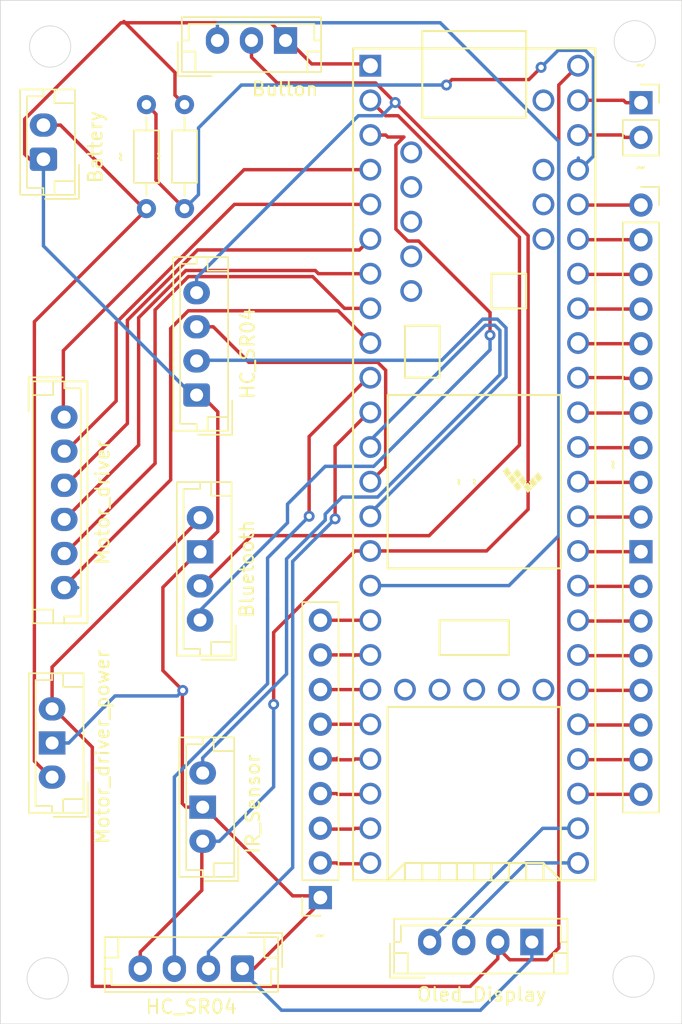
<source format=kicad_pcb>
(kicad_pcb (version 20171130) (host pcbnew "(5.1.5)-3")

  (general
    (thickness 1.6)
    (drawings 10)
    (tracks 295)
    (zones 0)
    (modules 15)
    (nets 50)
  )

  (page A4)
  (layers
    (0 F.Cu signal)
    (31 B.Cu signal)
    (32 B.Adhes user)
    (33 F.Adhes user)
    (34 B.Paste user)
    (35 F.Paste user)
    (36 B.SilkS user)
    (37 F.SilkS user)
    (38 B.Mask user)
    (39 F.Mask user)
    (40 Dwgs.User user)
    (41 Cmts.User user)
    (42 Eco1.User user)
    (43 Eco2.User user)
    (44 Edge.Cuts user)
    (45 Margin user)
    (46 B.CrtYd user)
    (47 F.CrtYd user)
    (48 B.Fab user)
    (49 F.Fab user)
  )

  (setup
    (last_trace_width 0.25)
    (trace_clearance 0.2)
    (zone_clearance 0.508)
    (zone_45_only no)
    (trace_min 0.2)
    (via_size 0.8)
    (via_drill 0.4)
    (via_min_size 0.4)
    (via_min_drill 0.3)
    (uvia_size 0.3)
    (uvia_drill 0.1)
    (uvias_allowed no)
    (uvia_min_size 0.2)
    (uvia_min_drill 0.1)
    (edge_width 0.05)
    (segment_width 0.2)
    (pcb_text_width 0.3)
    (pcb_text_size 1.5 1.5)
    (mod_edge_width 0.12)
    (mod_text_size 1 1)
    (mod_text_width 0.15)
    (pad_size 1.7 1.95)
    (pad_drill 0.95)
    (pad_to_mask_clearance 0.051)
    (solder_mask_min_width 0.25)
    (aux_axis_origin 0 0)
    (visible_elements FFFFF77F)
    (pcbplotparams
      (layerselection 0x010fc_ffffffff)
      (usegerberextensions false)
      (usegerberattributes false)
      (usegerberadvancedattributes false)
      (creategerberjobfile false)
      (excludeedgelayer true)
      (linewidth 0.100000)
      (plotframeref false)
      (viasonmask false)
      (mode 1)
      (useauxorigin false)
      (hpglpennumber 1)
      (hpglpenspeed 20)
      (hpglpendiameter 15.000000)
      (psnegative false)
      (psa4output false)
      (plotreference true)
      (plotvalue true)
      (plotinvisibletext false)
      (padsonsilk false)
      (subtractmaskfromsilk false)
      (outputformat 1)
      (mirror false)
      (drillshape 1)
      (scaleselection 1)
      (outputdirectory ""))
  )

  (net 0 "")
  (net 1 "Net-(J1-Pad4)")
  (net 2 "Net-(J1-Pad3)")
  (net 3 "Net-(J1-Pad2)")
  (net 4 "Net-(J1-Pad1)")
  (net 5 "Net-(J2-Pad2)")
  (net 6 "Net-(J2-Pad1)")
  (net 7 "Net-(J3-Pad3)")
  (net 8 "Net-(J3-Pad2)")
  (net 9 "Net-(J4-Pad6)")
  (net 10 "Net-(J4-Pad5)")
  (net 11 "Net-(J4-Pad4)")
  (net 12 "Net-(J4-Pad3)")
  (net 13 "Net-(J4-Pad2)")
  (net 14 "Net-(J4-Pad1)")
  (net 15 "Net-(J11-Pad1)")
  (net 16 "Net-(J6-Pad2)")
  (net 17 "Net-(J6-Pad1)")
  (net 18 "Net-(J7-Pad3)")
  (net 19 "Net-(J7-Pad2)")
  (net 20 "Net-(J8-Pad3)")
  (net 21 "Net-(J10-Pad9)")
  (net 22 "Net-(J10-Pad8)")
  (net 23 "Net-(J10-Pad7)")
  (net 24 "Net-(J10-Pad6)")
  (net 25 "Net-(J10-Pad5)")
  (net 26 "Net-(J10-Pad4)")
  (net 27 "Net-(J10-Pad3)")
  (net 28 "Net-(J10-Pad2)")
  (net 29 "Net-(J11-Pad2)")
  (net 30 "Net-(J14-Pad2)")
  (net 31 "Net-(J14-Pad1)")
  (net 32 "Net-(J15-Pad18)")
  (net 33 "Net-(J15-Pad17)")
  (net 34 "Net-(J15-Pad16)")
  (net 35 "Net-(J15-Pad15)")
  (net 36 "Net-(J15-Pad14)")
  (net 37 "Net-(J15-Pad13)")
  (net 38 "Net-(J15-Pad12)")
  (net 39 "Net-(J15-Pad11)")
  (net 40 "Net-(J15-Pad10)")
  (net 41 "Net-(J15-Pad9)")
  (net 42 "Net-(J15-Pad8)")
  (net 43 "Net-(J15-Pad7)")
  (net 44 "Net-(J15-Pad6)")
  (net 45 "Net-(J15-Pad5)")
  (net 46 "Net-(J15-Pad4)")
  (net 47 "Net-(J15-Pad3)")
  (net 48 "Net-(J15-Pad2)")
  (net 49 "Net-(J15-Pad1)")

  (net_class Default "This is the default net class."
    (clearance 0.2)
    (trace_width 0.25)
    (via_dia 0.8)
    (via_drill 0.4)
    (uvia_dia 0.3)
    (uvia_drill 0.1)
    (add_net "Net-(J1-Pad1)")
    (add_net "Net-(J1-Pad2)")
    (add_net "Net-(J1-Pad3)")
    (add_net "Net-(J1-Pad4)")
    (add_net "Net-(J10-Pad2)")
    (add_net "Net-(J10-Pad3)")
    (add_net "Net-(J10-Pad4)")
    (add_net "Net-(J10-Pad5)")
    (add_net "Net-(J10-Pad6)")
    (add_net "Net-(J10-Pad7)")
    (add_net "Net-(J10-Pad8)")
    (add_net "Net-(J10-Pad9)")
    (add_net "Net-(J11-Pad1)")
    (add_net "Net-(J11-Pad2)")
    (add_net "Net-(J14-Pad1)")
    (add_net "Net-(J14-Pad2)")
    (add_net "Net-(J15-Pad1)")
    (add_net "Net-(J15-Pad10)")
    (add_net "Net-(J15-Pad11)")
    (add_net "Net-(J15-Pad12)")
    (add_net "Net-(J15-Pad13)")
    (add_net "Net-(J15-Pad14)")
    (add_net "Net-(J15-Pad15)")
    (add_net "Net-(J15-Pad16)")
    (add_net "Net-(J15-Pad17)")
    (add_net "Net-(J15-Pad18)")
    (add_net "Net-(J15-Pad2)")
    (add_net "Net-(J15-Pad3)")
    (add_net "Net-(J15-Pad4)")
    (add_net "Net-(J15-Pad5)")
    (add_net "Net-(J15-Pad6)")
    (add_net "Net-(J15-Pad7)")
    (add_net "Net-(J15-Pad8)")
    (add_net "Net-(J15-Pad9)")
    (add_net "Net-(J2-Pad1)")
    (add_net "Net-(J2-Pad2)")
    (add_net "Net-(J3-Pad2)")
    (add_net "Net-(J3-Pad3)")
    (add_net "Net-(J4-Pad1)")
    (add_net "Net-(J4-Pad2)")
    (add_net "Net-(J4-Pad3)")
    (add_net "Net-(J4-Pad4)")
    (add_net "Net-(J4-Pad5)")
    (add_net "Net-(J4-Pad6)")
    (add_net "Net-(J6-Pad1)")
    (add_net "Net-(J6-Pad2)")
    (add_net "Net-(J7-Pad2)")
    (add_net "Net-(J7-Pad3)")
    (add_net "Net-(J8-Pad3)")
  )

  (module Connector_JST:JST_EH_B3B-EH-A_1x03_P2.50mm_Vertical (layer F.Cu) (tedit 5E3D0F34) (tstamp 5E3D9267)
    (at 164.846 106.6165 90)
    (descr "JST EH series connector, B3B-EH-A (http://www.jst-mfg.com/product/pdf/eng/eEH.pdf), generated with kicad-footprint-generator")
    (tags "connector JST EH vertical")
    (path /5E57E021)
    (fp_text reference IR_Sensor (at 2.7305 3.683 90) (layer F.SilkS)
      (effects (font (size 1 1) (thickness 0.15)))
    )
    (fp_text value ~ (at 2.5 2.7 90) (layer F.Fab)
      (effects (font (size 1 1) (thickness 0.15)))
    )
    (fp_text user ~ (at 2.5 -2.6 90) (layer F.Fab)
      (effects (font (size 1 1) (thickness 0.15)))
    )
    (fp_line (start -2.91 2.61) (end -0.41 2.61) (layer F.Fab) (width 0.1))
    (fp_line (start -2.91 0.11) (end -2.91 2.61) (layer F.Fab) (width 0.1))
    (fp_line (start -2.91 2.61) (end -0.41 2.61) (layer F.SilkS) (width 0.12))
    (fp_line (start -2.91 0.11) (end -2.91 2.61) (layer F.SilkS) (width 0.12))
    (fp_line (start 6.61 0.81) (end 6.61 2.31) (layer F.SilkS) (width 0.12))
    (fp_line (start 7.61 0.81) (end 6.61 0.81) (layer F.SilkS) (width 0.12))
    (fp_line (start -1.61 0.81) (end -1.61 2.31) (layer F.SilkS) (width 0.12))
    (fp_line (start -2.61 0.81) (end -1.61 0.81) (layer F.SilkS) (width 0.12))
    (fp_line (start 7.11 0) (end 7.61 0) (layer F.SilkS) (width 0.12))
    (fp_line (start 7.11 -1.21) (end 7.11 0) (layer F.SilkS) (width 0.12))
    (fp_line (start -2.11 -1.21) (end 7.11 -1.21) (layer F.SilkS) (width 0.12))
    (fp_line (start -2.11 0) (end -2.11 -1.21) (layer F.SilkS) (width 0.12))
    (fp_line (start -2.61 0) (end -2.11 0) (layer F.SilkS) (width 0.12))
    (fp_line (start 7.61 -1.71) (end -2.61 -1.71) (layer F.SilkS) (width 0.12))
    (fp_line (start 7.61 2.31) (end 7.61 -1.71) (layer F.SilkS) (width 0.12))
    (fp_line (start -2.61 2.31) (end 7.61 2.31) (layer F.SilkS) (width 0.12))
    (fp_line (start -2.61 -1.71) (end -2.61 2.31) (layer F.SilkS) (width 0.12))
    (fp_line (start 8 -2.1) (end -3 -2.1) (layer F.CrtYd) (width 0.05))
    (fp_line (start 8 2.7) (end 8 -2.1) (layer F.CrtYd) (width 0.05))
    (fp_line (start -3 2.7) (end 8 2.7) (layer F.CrtYd) (width 0.05))
    (fp_line (start -3 -2.1) (end -3 2.7) (layer F.CrtYd) (width 0.05))
    (fp_line (start 7.5 -1.6) (end -2.5 -1.6) (layer F.Fab) (width 0.1))
    (fp_line (start 7.5 2.2) (end 7.5 -1.6) (layer F.Fab) (width 0.1))
    (fp_line (start -2.5 2.2) (end 7.5 2.2) (layer F.Fab) (width 0.1))
    (fp_line (start -2.5 -1.6) (end -2.5 2.2) (layer F.Fab) (width 0.1))
    (pad D0 thru_hole oval (at 5 0 90) (size 1.7 1.95) (drill 0.95) (layers *.Cu *.Mask)
      (net 20 "Net-(J8-Pad3)"))
    (pad GND thru_hole rect (at 2.5 0 90) (size 1.7 1.95) (drill 0.95) (layers *.Cu *.Mask)
      (net 1 "Net-(J1-Pad4)"))
    (pad VCC thru_hole oval (at 0 0 90) (size 1.7 1.95) (drill 0.95) (layers *.Cu *.Mask)
      (net 5 "Net-(J2-Pad2)"))
    (model ${KISYS3DMOD}/Connector_JST.3dshapes/JST_EH_B3B-EH-A_1x03_P2.50mm_Vertical.wrl
      (at (xyz 0 0 0))
      (scale (xyz 1 1 1))
      (rotate (xyz 0 0 0))
    )
  )

  (module Connector_JST:JST_EH_B3B-EH-A_1x03_P2.50mm_Vertical (layer F.Cu) (tedit 5E3D0D4E) (tstamp 5E3D9160)
    (at 165.9255 47.9425)
    (descr "JST EH series connector, B3B-EH-A (http://www.jst-mfg.com/product/pdf/eng/eEH.pdf), generated with kicad-footprint-generator")
    (tags "connector JST EH vertical")
    (path /5E57D2C7)
    (fp_text reference Button (at 4.953 3.556) (layer F.SilkS)
      (effects (font (size 1 1) (thickness 0.15)))
    )
    (fp_text value ~ (at 2.5 3.4) (layer F.Fab)
      (effects (font (size 1 1) (thickness 0.15)))
    )
    (fp_text user ~ (at 2.5 1.5) (layer F.Fab)
      (effects (font (size 1 1) (thickness 0.15)))
    )
    (fp_line (start -2.91 2.61) (end -0.41 2.61) (layer F.Fab) (width 0.1))
    (fp_line (start -2.91 0.11) (end -2.91 2.61) (layer F.Fab) (width 0.1))
    (fp_line (start -2.91 2.61) (end -0.41 2.61) (layer F.SilkS) (width 0.12))
    (fp_line (start -2.91 0.11) (end -2.91 2.61) (layer F.SilkS) (width 0.12))
    (fp_line (start 6.61 0.81) (end 6.61 2.31) (layer F.SilkS) (width 0.12))
    (fp_line (start 7.61 0.81) (end 6.61 0.81) (layer F.SilkS) (width 0.12))
    (fp_line (start -1.61 0.81) (end -1.61 2.31) (layer F.SilkS) (width 0.12))
    (fp_line (start -2.61 0.81) (end -1.61 0.81) (layer F.SilkS) (width 0.12))
    (fp_line (start 7.11 0) (end 7.61 0) (layer F.SilkS) (width 0.12))
    (fp_line (start 7.11 -1.21) (end 7.11 0) (layer F.SilkS) (width 0.12))
    (fp_line (start -2.11 -1.21) (end 7.11 -1.21) (layer F.SilkS) (width 0.12))
    (fp_line (start -2.11 0) (end -2.11 -1.21) (layer F.SilkS) (width 0.12))
    (fp_line (start -2.61 0) (end -2.11 0) (layer F.SilkS) (width 0.12))
    (fp_line (start 7.61 -1.71) (end -2.61 -1.71) (layer F.SilkS) (width 0.12))
    (fp_line (start 7.61 2.31) (end 7.61 -1.71) (layer F.SilkS) (width 0.12))
    (fp_line (start -2.61 2.31) (end 7.61 2.31) (layer F.SilkS) (width 0.12))
    (fp_line (start -2.61 -1.71) (end -2.61 2.31) (layer F.SilkS) (width 0.12))
    (fp_line (start 8 -2.1) (end -3 -2.1) (layer F.CrtYd) (width 0.05))
    (fp_line (start 8 2.7) (end 8 -2.1) (layer F.CrtYd) (width 0.05))
    (fp_line (start -3 2.7) (end 8 2.7) (layer F.CrtYd) (width 0.05))
    (fp_line (start -3 -2.1) (end -3 2.7) (layer F.CrtYd) (width 0.05))
    (fp_line (start 7.5 -1.6) (end -2.5 -1.6) (layer F.Fab) (width 0.1))
    (fp_line (start 7.5 2.2) (end 7.5 -1.6) (layer F.Fab) (width 0.1))
    (fp_line (start -2.5 2.2) (end 7.5 2.2) (layer F.Fab) (width 0.1))
    (fp_line (start -2.5 -1.6) (end -2.5 2.2) (layer F.Fab) (width 0.1))
    (pad GND thru_hole rect (at 5 0) (size 1.7 1.95) (drill 0.95) (layers *.Cu *.Mask)
      (net 1 "Net-(J1-Pad4)"))
    (pad VCC thru_hole oval (at 2.5 0) (size 1.7 1.95) (drill 0.95) (layers *.Cu *.Mask)
      (net 5 "Net-(J2-Pad2)"))
    (pad OUT thru_hole oval (at 0 0) (size 1.7 1.95) (drill 0.95) (layers *.Cu *.Mask)
      (net 6 "Net-(J2-Pad1)"))
    (model ${KISYS3DMOD}/Connector_JST.3dshapes/JST_EH_B3B-EH-A_1x03_P2.50mm_Vertical.wrl
      (at (xyz 0 0 0))
      (scale (xyz 1 1 1))
      (rotate (xyz 0 0 0))
    )
  )

  (module Teensy:Teensy35_36 (layer F.Cu) (tedit 5D52142A) (tstamp 5E3D939D)
    (at 184.76722 79 270)
    (path /5E6C819F)
    (fp_text reference ~ (at 0 -10.16 90) (layer F.SilkS)
      (effects (font (size 1 1) (thickness 0.15)))
    )
    (fp_text value Teensy_3.6 (at 0 10.16 90) (layer F.Fab)
      (effects (font (size 1 1) (thickness 0.15)))
    )
    (fp_line (start -13.97 -3.81) (end -13.97 -1.27) (layer F.SilkS) (width 0.15))
    (fp_line (start -13.97 -1.27) (end -11.43 -1.27) (layer F.SilkS) (width 0.15))
    (fp_line (start -11.43 -1.27) (end -11.43 -3.81) (layer F.SilkS) (width 0.15))
    (fp_line (start -11.43 -3.81) (end -13.97 -3.81) (layer F.SilkS) (width 0.15))
    (fp_line (start -6.35 5.08) (end -10.16 5.08) (layer F.SilkS) (width 0.15))
    (fp_line (start -10.16 5.08) (end -10.16 2.54) (layer F.SilkS) (width 0.15))
    (fp_line (start -10.16 2.54) (end -6.35 2.54) (layer F.SilkS) (width 0.15))
    (fp_line (start -6.35 2.54) (end -6.35 5.08) (layer F.SilkS) (width 0.15))
    (fp_line (start 7.62 6.35) (end 7.62 -6.35) (layer F.SilkS) (width 0.15))
    (fp_line (start -5.08 -6.35) (end -5.08 6.35) (layer F.SilkS) (width 0.15))
    (fp_line (start -5.08 6.35) (end 7.62 6.35) (layer F.SilkS) (width 0.15))
    (fp_line (start -5.08 -6.35) (end 7.62 -6.35) (layer F.SilkS) (width 0.15))
    (fp_line (start 29.21 5.08) (end 30.48 5.08) (layer F.SilkS) (width 0.15))
    (fp_line (start 29.21 3.81) (end 30.48 3.81) (layer F.SilkS) (width 0.15))
    (fp_line (start 29.21 2.54) (end 30.48 2.54) (layer F.SilkS) (width 0.15))
    (fp_line (start 29.21 1.27) (end 30.48 1.27) (layer F.SilkS) (width 0.15))
    (fp_line (start 29.21 0) (end 30.48 0) (layer F.SilkS) (width 0.15))
    (fp_line (start 29.21 -1.27) (end 30.48 -1.27) (layer F.SilkS) (width 0.15))
    (fp_line (start 29.21 -2.54) (end 30.48 -2.54) (layer F.SilkS) (width 0.15))
    (fp_line (start 29.21 -3.81) (end 30.48 -3.81) (layer F.SilkS) (width 0.15))
    (fp_line (start 29.21 -5.08) (end 30.48 -5.08) (layer F.SilkS) (width 0.15))
    (fp_line (start 30.48 6.35) (end 29.21 5.08) (layer F.SilkS) (width 0.15))
    (fp_line (start 29.21 5.08) (end 29.21 -5.08) (layer F.SilkS) (width 0.15))
    (fp_line (start 29.21 -5.08) (end 30.48 -6.35) (layer F.SilkS) (width 0.15))
    (fp_line (start 30.48 -6.35) (end 17.78 -6.35) (layer F.SilkS) (width 0.15))
    (fp_line (start 17.78 -6.35) (end 17.78 6.35) (layer F.SilkS) (width 0.15))
    (fp_line (start 17.78 6.35) (end 30.48 6.35) (layer F.SilkS) (width 0.15))
    (fp_line (start 30.48 -8.89) (end -30.48 -8.89) (layer F.SilkS) (width 0.15))
    (fp_line (start -30.48 8.89) (end 30.48 8.89) (layer F.SilkS) (width 0.15))
    (fp_line (start -30.48 3.81) (end -31.75 3.81) (layer F.SilkS) (width 0.15))
    (fp_line (start -31.75 3.81) (end -31.75 -3.81) (layer F.SilkS) (width 0.15))
    (fp_line (start -31.75 -3.81) (end -30.48 -3.81) (layer F.SilkS) (width 0.15))
    (fp_line (start -25.4 3.81) (end -25.4 -3.81) (layer F.SilkS) (width 0.15))
    (fp_line (start -25.4 -3.81) (end -30.48 -3.81) (layer F.SilkS) (width 0.15))
    (fp_line (start -25.4 3.81) (end -30.48 3.81) (layer F.SilkS) (width 0.15))
    (fp_line (start 13.97 -2.54) (end 13.97 2.54) (layer F.SilkS) (width 0.15))
    (fp_line (start 13.97 2.54) (end 11.43 2.54) (layer F.SilkS) (width 0.15))
    (fp_line (start 11.43 2.54) (end 11.43 -2.54) (layer F.SilkS) (width 0.15))
    (fp_line (start 11.43 -2.54) (end 13.97 -2.54) (layer F.SilkS) (width 0.15))
    (fp_line (start 30.48 -8.89) (end 30.48 8.89) (layer F.SilkS) (width 0.15))
    (fp_line (start -30.48 8.89) (end -30.48 -8.89) (layer F.SilkS) (width 0.15))
    (fp_poly (pts (xy 1.016 -4.953) (xy 1.27 -4.699) (xy 0.889 -4.445) (xy 0.635 -4.699)) (layer F.SilkS) (width 0.1))
    (fp_poly (pts (xy 0.762 -3.429) (xy 1.016 -3.175) (xy 0.635 -2.921) (xy 0.381 -3.175)) (layer F.SilkS) (width 0.1))
    (fp_poly (pts (xy 0.635 -2.667) (xy 0.889 -2.413) (xy 0.508 -2.159) (xy 0.254 -2.413)) (layer F.SilkS) (width 0.1))
    (fp_poly (pts (xy 1.778 -4.191) (xy 2.032 -3.937) (xy 1.651 -3.683) (xy 1.397 -3.937)) (layer F.SilkS) (width 0.1))
    (fp_poly (pts (xy 1.143 -3.048) (xy 1.397 -2.794) (xy 1.016 -2.54) (xy 0.762 -2.794)) (layer F.SilkS) (width 0.1))
    (fp_poly (pts (xy 1.651 -3.429) (xy 1.905 -3.175) (xy 1.524 -2.921) (xy 1.27 -3.175)) (layer F.SilkS) (width 0.1))
    (fp_poly (pts (xy 1.397 -4.572) (xy 1.651 -4.318) (xy 1.27 -4.064) (xy 1.016 -4.318)) (layer F.SilkS) (width 0.1))
    (fp_poly (pts (xy 1.27 -3.81) (xy 1.524 -3.556) (xy 1.143 -3.302) (xy 0.889 -3.556)) (layer F.SilkS) (width 0.1))
    (fp_text user ~ (at 1.27 0 90) (layer F.SilkS)
      (effects (font (size 0.7 0.7) (thickness 0.15)))
    )
    (fp_text user ~ (at 1.27 1.143 90) (layer F.SilkS)
      (effects (font (size 0.7 0.7) (thickness 0.15)))
    )
    (pad 17 thru_hole circle (at 11.43 7.62 270) (size 1.6 1.6) (drill 1.1) (layers *.Cu *.Mask)
      (net 21 "Net-(J10-Pad9)"))
    (pad 18 thru_hole circle (at 13.97 7.62 270) (size 1.6 1.6) (drill 1.1) (layers *.Cu *.Mask)
      (net 22 "Net-(J10-Pad8)"))
    (pad 19 thru_hole circle (at 16.51 7.62 270) (size 1.6 1.6) (drill 1.1) (layers *.Cu *.Mask)
      (net 23 "Net-(J10-Pad7)"))
    (pad 20 thru_hole circle (at 19.05 7.62 270) (size 1.6 1.6) (drill 1.1) (layers *.Cu *.Mask)
      (net 24 "Net-(J10-Pad6)"))
    (pad 16 thru_hole circle (at 8.89 7.62 270) (size 1.6 1.6) (drill 1.1) (layers *.Cu *.Mask)
      (net 6 "Net-(J2-Pad1)"))
    (pad 15 thru_hole circle (at 6.35 7.62 270) (size 1.6 1.6) (drill 1.1) (layers *.Cu *.Mask)
      (net 5 "Net-(J2-Pad2)"))
    (pad 14 thru_hole circle (at 3.81 7.62 270) (size 1.6 1.6) (drill 1.1) (layers *.Cu *.Mask)
      (net 8 "Net-(J3-Pad2)"))
    (pad 21 thru_hole circle (at 21.59 7.62 270) (size 1.6 1.6) (drill 1.1) (layers *.Cu *.Mask)
      (net 25 "Net-(J10-Pad5)"))
    (pad 22 thru_hole circle (at 24.13 7.62 270) (size 1.6 1.6) (drill 1.1) (layers *.Cu *.Mask)
      (net 26 "Net-(J10-Pad4)"))
    (pad 23 thru_hole circle (at 26.67 7.62 270) (size 1.6 1.6) (drill 1.1) (layers *.Cu *.Mask)
      (net 27 "Net-(J10-Pad3)"))
    (pad 24 thru_hole circle (at 29.21 7.62 270) (size 1.6 1.6) (drill 1.1) (layers *.Cu *.Mask)
      (net 28 "Net-(J10-Pad2)"))
    (pad 25 thru_hole circle (at 16.51 5.08 270) (size 1.6 1.6) (drill 1.1) (layers *.Cu *.Mask))
    (pad 26 thru_hole circle (at 16.51 2.54 270) (size 1.6 1.6) (drill 1.1) (layers *.Cu *.Mask))
    (pad 27 thru_hole circle (at 16.51 0 270) (size 1.6 1.6) (drill 1.1) (layers *.Cu *.Mask))
    (pad 28 thru_hole circle (at 16.51 -2.54 270) (size 1.6 1.6) (drill 1.1) (layers *.Cu *.Mask))
    (pad 29 thru_hole circle (at 16.51 -5.08 270) (size 1.6 1.6) (drill 1.1) (layers *.Cu *.Mask))
    (pad 30 thru_hole circle (at 29.21 -7.62 270) (size 1.6 1.6) (drill 1.1) (layers *.Cu *.Mask)
      (net 3 "Net-(J1-Pad2)"))
    (pad 31 thru_hole circle (at 26.67 -7.62 270) (size 1.6 1.6) (drill 1.1) (layers *.Cu *.Mask)
      (net 4 "Net-(J1-Pad1)"))
    (pad 32 thru_hole circle (at 24.13 -7.62 270) (size 1.6 1.6) (drill 1.1) (layers *.Cu *.Mask)
      (net 32 "Net-(J15-Pad18)"))
    (pad 33 thru_hole circle (at 21.59 -7.62 270) (size 1.6 1.6) (drill 1.1) (layers *.Cu *.Mask)
      (net 33 "Net-(J15-Pad17)"))
    (pad 34 thru_hole circle (at 19.05 -7.62 270) (size 1.6 1.6) (drill 1.1) (layers *.Cu *.Mask)
      (net 34 "Net-(J15-Pad16)"))
    (pad 35 thru_hole circle (at 16.51 -7.62 270) (size 1.6 1.6) (drill 1.1) (layers *.Cu *.Mask)
      (net 35 "Net-(J15-Pad15)"))
    (pad 36 thru_hole circle (at 13.97 -7.62 270) (size 1.6 1.6) (drill 1.1) (layers *.Cu *.Mask)
      (net 36 "Net-(J15-Pad14)"))
    (pad 37 thru_hole circle (at 11.43 -7.62 270) (size 1.6 1.6) (drill 1.1) (layers *.Cu *.Mask)
      (net 37 "Net-(J15-Pad13)"))
    (pad 13 thru_hole circle (at 1.27 7.62 270) (size 1.6 1.6) (drill 1.1) (layers *.Cu *.Mask)
      (net 7 "Net-(J3-Pad3)"))
    (pad 12 thru_hole circle (at -1.27 7.62 270) (size 1.6 1.6) (drill 1.1) (layers *.Cu *.Mask)
      (net 20 "Net-(J8-Pad3)"))
    (pad 11 thru_hole circle (at -3.81 7.62 270) (size 1.6 1.6) (drill 1.1) (layers *.Cu *.Mask)
      (net 19 "Net-(J7-Pad2)"))
    (pad 10 thru_hole circle (at -6.35 7.62 270) (size 1.6 1.6) (drill 1.1) (layers *.Cu *.Mask)
      (net 18 "Net-(J7-Pad3)"))
    (pad 9 thru_hole circle (at -8.89 7.62 270) (size 1.6 1.6) (drill 1.1) (layers *.Cu *.Mask)
      (net 9 "Net-(J4-Pad6)"))
    (pad 8 thru_hole circle (at -11.43 7.62 270) (size 1.6 1.6) (drill 1.1) (layers *.Cu *.Mask)
      (net 10 "Net-(J4-Pad5)"))
    (pad 7 thru_hole circle (at -13.97 7.62 270) (size 1.6 1.6) (drill 1.1) (layers *.Cu *.Mask)
      (net 11 "Net-(J4-Pad4)"))
    (pad 6 thru_hole circle (at -16.51 7.62 270) (size 1.6 1.6) (drill 1.1) (layers *.Cu *.Mask)
      (net 12 "Net-(J4-Pad3)"))
    (pad 5 thru_hole circle (at -19.05 7.62 270) (size 1.6 1.6) (drill 1.1) (layers *.Cu *.Mask)
      (net 13 "Net-(J4-Pad2)"))
    (pad 4 thru_hole circle (at -21.59 7.62 270) (size 1.6 1.6) (drill 1.1) (layers *.Cu *.Mask)
      (net 14 "Net-(J4-Pad1)"))
    (pad 3 thru_hole circle (at -24.13 7.62 270) (size 1.6 1.6) (drill 1.1) (layers *.Cu *.Mask)
      (net 17 "Net-(J6-Pad1)"))
    (pad 2 thru_hole circle (at -26.67 7.62 270) (size 1.6 1.6) (drill 1.1) (layers *.Cu *.Mask)
      (net 16 "Net-(J6-Pad2)"))
    (pad 1 thru_hole rect (at -29.21 7.62 270) (size 1.6 1.6) (drill 1.1) (layers *.Cu *.Mask)
      (net 1 "Net-(J1-Pad4)"))
    (pad 38 thru_hole circle (at 8.89 -7.62 270) (size 1.6 1.6) (drill 1.1) (layers *.Cu *.Mask)
      (net 38 "Net-(J15-Pad12)"))
    (pad 39 thru_hole circle (at 6.35 -7.62 270) (size 1.6 1.6) (drill 1.1) (layers *.Cu *.Mask)
      (net 39 "Net-(J15-Pad11)"))
    (pad 40 thru_hole circle (at 3.81 -7.62 270) (size 1.6 1.6) (drill 1.1) (layers *.Cu *.Mask)
      (net 40 "Net-(J15-Pad10)"))
    (pad 41 thru_hole circle (at 1.27 -7.62 270) (size 1.6 1.6) (drill 1.1) (layers *.Cu *.Mask)
      (net 41 "Net-(J15-Pad9)"))
    (pad 42 thru_hole circle (at -1.27 -7.62 270) (size 1.6 1.6) (drill 1.1) (layers *.Cu *.Mask)
      (net 42 "Net-(J15-Pad8)"))
    (pad 43 thru_hole circle (at -3.81 -7.62 270) (size 1.6 1.6) (drill 1.1) (layers *.Cu *.Mask)
      (net 43 "Net-(J15-Pad7)"))
    (pad 44 thru_hole circle (at -6.35 -7.62 270) (size 1.6 1.6) (drill 1.1) (layers *.Cu *.Mask)
      (net 44 "Net-(J15-Pad6)"))
    (pad 45 thru_hole circle (at -8.89 -7.62 270) (size 1.6 1.6) (drill 1.1) (layers *.Cu *.Mask)
      (net 45 "Net-(J15-Pad5)"))
    (pad 46 thru_hole circle (at -11.43 -7.62 270) (size 1.6 1.6) (drill 1.1) (layers *.Cu *.Mask)
      (net 46 "Net-(J15-Pad4)"))
    (pad 47 thru_hole circle (at -13.97 -7.62 270) (size 1.6 1.6) (drill 1.1) (layers *.Cu *.Mask)
      (net 47 "Net-(J15-Pad3)"))
    (pad 48 thru_hole circle (at -16.51 -7.62 270) (size 1.6 1.6) (drill 1.1) (layers *.Cu *.Mask)
      (net 48 "Net-(J15-Pad2)"))
    (pad 49 thru_hole circle (at -19.05 -7.62 270) (size 1.6 1.6) (drill 1.1) (layers *.Cu *.Mask)
      (net 49 "Net-(J15-Pad1)"))
    (pad 50 thru_hole circle (at -21.59 -7.62 270) (size 1.6 1.6) (drill 1.1) (layers *.Cu *.Mask)
      (net 29 "Net-(J11-Pad2)"))
    (pad 51 thru_hole circle (at -24.13 -7.62 270) (size 1.6 1.6) (drill 1.1) (layers *.Cu *.Mask)
      (net 30 "Net-(J14-Pad2)"))
    (pad 52 thru_hole circle (at -26.67 -7.62 270) (size 1.6 1.6) (drill 1.1) (layers *.Cu *.Mask)
      (net 31 "Net-(J14-Pad1)"))
    (pad 53 thru_hole circle (at -29.21 -7.62 270) (size 1.6 1.6) (drill 1.1) (layers *.Cu *.Mask)
      (net 2 "Net-(J1-Pad3)"))
    (pad 54 thru_hole circle (at -26.67 -5.08 270) (size 1.6 1.6) (drill 1.1) (layers *.Cu *.Mask))
    (pad 55 thru_hole circle (at -21.59 -5.08 270) (size 1.6 1.6) (drill 1.1) (layers *.Cu *.Mask))
    (pad 56 thru_hole circle (at -19.05 -5.08 270) (size 1.6 1.6) (drill 1.1) (layers *.Cu *.Mask))
    (pad 57 thru_hole circle (at -16.51 -5.08 270) (size 1.6 1.6) (drill 1.1) (layers *.Cu *.Mask))
    (pad 58 thru_hole circle (at -22.86 4.62 270) (size 1.6 1.6) (drill 1.1) (layers *.Cu *.Mask))
    (pad 59 thru_hole circle (at -20.32 4.62 270) (size 1.6 1.6) (drill 1.1) (layers *.Cu *.Mask))
    (pad 60 thru_hole circle (at -17.78 4.62 270) (size 1.6 1.6) (drill 1.1) (layers *.Cu *.Mask))
    (pad 61 thru_hole circle (at -15.24 4.62 270) (size 1.6 1.6) (drill 1.1) (layers *.Cu *.Mask))
    (pad 62 thru_hole circle (at -12.7 4.62 270) (size 1.6 1.6) (drill 1.1) (layers *.Cu *.Mask))
  )

  (module Connector_JST:JST_EH_B4B-EH-A_1x04_P2.50mm_Vertical (layer F.Cu) (tedit 5E3D0E2C) (tstamp 5E3D91A3)
    (at 164.4015 73.921 90)
    (descr "JST EH series connector, B4B-EH-A (http://www.jst-mfg.com/product/pdf/eng/eEH.pdf), generated with kicad-footprint-generator")
    (tags "connector JST EH vertical")
    (path /5E568D5A)
    (fp_text reference HC_SR04 (at 3.048 3.7465 90) (layer F.SilkS)
      (effects (font (size 1 1) (thickness 0.15)))
    )
    (fp_text value ~ (at 3.75 2.7 90) (layer F.Fab)
      (effects (font (size 1 1) (thickness 0.15)))
    )
    (fp_text user ~ (at 3.75 -2.6 90) (layer F.Fab)
      (effects (font (size 1 1) (thickness 0.15)))
    )
    (fp_line (start -2.91 2.61) (end -0.41 2.61) (layer F.Fab) (width 0.1))
    (fp_line (start -2.91 0.11) (end -2.91 2.61) (layer F.Fab) (width 0.1))
    (fp_line (start -2.91 2.61) (end -0.41 2.61) (layer F.SilkS) (width 0.12))
    (fp_line (start -2.91 0.11) (end -2.91 2.61) (layer F.SilkS) (width 0.12))
    (fp_line (start 9.11 0.81) (end 9.11 2.31) (layer F.SilkS) (width 0.12))
    (fp_line (start 10.11 0.81) (end 9.11 0.81) (layer F.SilkS) (width 0.12))
    (fp_line (start -1.61 0.81) (end -1.61 2.31) (layer F.SilkS) (width 0.12))
    (fp_line (start -2.61 0.81) (end -1.61 0.81) (layer F.SilkS) (width 0.12))
    (fp_line (start 9.61 0) (end 10.11 0) (layer F.SilkS) (width 0.12))
    (fp_line (start 9.61 -1.21) (end 9.61 0) (layer F.SilkS) (width 0.12))
    (fp_line (start -2.11 -1.21) (end 9.61 -1.21) (layer F.SilkS) (width 0.12))
    (fp_line (start -2.11 0) (end -2.11 -1.21) (layer F.SilkS) (width 0.12))
    (fp_line (start -2.61 0) (end -2.11 0) (layer F.SilkS) (width 0.12))
    (fp_line (start 10.11 -1.71) (end -2.61 -1.71) (layer F.SilkS) (width 0.12))
    (fp_line (start 10.11 2.31) (end 10.11 -1.71) (layer F.SilkS) (width 0.12))
    (fp_line (start -2.61 2.31) (end 10.11 2.31) (layer F.SilkS) (width 0.12))
    (fp_line (start -2.61 -1.71) (end -2.61 2.31) (layer F.SilkS) (width 0.12))
    (fp_line (start 10.5 -2.1) (end -3 -2.1) (layer F.CrtYd) (width 0.05))
    (fp_line (start 10.5 2.7) (end 10.5 -2.1) (layer F.CrtYd) (width 0.05))
    (fp_line (start -3 2.7) (end 10.5 2.7) (layer F.CrtYd) (width 0.05))
    (fp_line (start -3 -2.1) (end -3 2.7) (layer F.CrtYd) (width 0.05))
    (fp_line (start 10 -1.6) (end -2.5 -1.6) (layer F.Fab) (width 0.1))
    (fp_line (start 10 2.2) (end 10 -1.6) (layer F.Fab) (width 0.1))
    (fp_line (start -2.5 2.2) (end 10 2.2) (layer F.Fab) (width 0.1))
    (fp_line (start -2.5 -1.6) (end -2.5 2.2) (layer F.Fab) (width 0.1))
    (pad VCC thru_hole oval (at 7.5 0 90) (size 1.7 1.95) (drill 0.95) (layers *.Cu *.Mask)
      (net 5 "Net-(J2-Pad2)"))
    (pad TRIG thru_hole oval (at 5 0 90) (size 1.7 1.95) (drill 0.95) (layers *.Cu *.Mask)
      (net 7 "Net-(J3-Pad3)"))
    (pad ECHO thru_hole oval (at 2.5 0 90) (size 1.7 1.95) (drill 0.95) (layers *.Cu *.Mask)
      (net 8 "Net-(J3-Pad2)"))
    (pad GND thru_hole roundrect (at 0 0 90) (size 1.7 1.95) (drill 0.95) (layers *.Cu *.Mask) (roundrect_rratio 0.147)
      (net 1 "Net-(J1-Pad4)"))
    (model ${KISYS3DMOD}/Connector_JST.3dshapes/JST_EH_B4B-EH-A_1x04_P2.50mm_Vertical.wrl
      (at (xyz 0 0 0))
      (scale (xyz 1 1 1))
      (rotate (xyz 0 0 0))
    )
  )

  (module Connector_JST:JST_EH_B4B-EH-A_1x04_P2.50mm_Vertical (layer F.Cu) (tedit 5E3D10F7) (tstamp 5E3D913F)
    (at 181.5 114)
    (descr "JST EH series connector, B4B-EH-A (http://www.jst-mfg.com/product/pdf/eng/eEH.pdf), generated with kicad-footprint-generator")
    (tags "connector JST EH vertical")
    (path /5E5745D8)
    (fp_text reference Oled_Display (at 3.82016 3.84556) (layer F.SilkS)
      (effects (font (size 1 1) (thickness 0.15)))
    )
    (fp_text value ~ (at 3.75 2.7) (layer F.Fab)
      (effects (font (size 1 1) (thickness 0.15)))
    )
    (fp_text user ~ (at 3.75 -2.6) (layer F.Fab)
      (effects (font (size 1 1) (thickness 0.15)))
    )
    (fp_line (start -2.91 2.61) (end -0.41 2.61) (layer F.Fab) (width 0.1))
    (fp_line (start -2.91 0.11) (end -2.91 2.61) (layer F.Fab) (width 0.1))
    (fp_line (start -2.91 2.61) (end -0.41 2.61) (layer F.SilkS) (width 0.12))
    (fp_line (start -2.91 0.11) (end -2.91 2.61) (layer F.SilkS) (width 0.12))
    (fp_line (start 9.11 0.81) (end 9.11 2.31) (layer F.SilkS) (width 0.12))
    (fp_line (start 10.11 0.81) (end 9.11 0.81) (layer F.SilkS) (width 0.12))
    (fp_line (start -1.61 0.81) (end -1.61 2.31) (layer F.SilkS) (width 0.12))
    (fp_line (start -2.61 0.81) (end -1.61 0.81) (layer F.SilkS) (width 0.12))
    (fp_line (start 9.61 0) (end 10.11 0) (layer F.SilkS) (width 0.12))
    (fp_line (start 9.61 -1.21) (end 9.61 0) (layer F.SilkS) (width 0.12))
    (fp_line (start -2.11 -1.21) (end 9.61 -1.21) (layer F.SilkS) (width 0.12))
    (fp_line (start -2.11 0) (end -2.11 -1.21) (layer F.SilkS) (width 0.12))
    (fp_line (start -2.61 0) (end -2.11 0) (layer F.SilkS) (width 0.12))
    (fp_line (start 10.11 -1.71) (end -2.61 -1.71) (layer F.SilkS) (width 0.12))
    (fp_line (start 10.11 2.31) (end 10.11 -1.71) (layer F.SilkS) (width 0.12))
    (fp_line (start -2.61 2.31) (end 10.11 2.31) (layer F.SilkS) (width 0.12))
    (fp_line (start -2.61 -1.71) (end -2.61 2.31) (layer F.SilkS) (width 0.12))
    (fp_line (start 10.5 -2.1) (end -3 -2.1) (layer F.CrtYd) (width 0.05))
    (fp_line (start 10.5 2.7) (end 10.5 -2.1) (layer F.CrtYd) (width 0.05))
    (fp_line (start -3 2.7) (end 10.5 2.7) (layer F.CrtYd) (width 0.05))
    (fp_line (start -3 -2.1) (end -3 2.7) (layer F.CrtYd) (width 0.05))
    (fp_line (start 10 -1.6) (end -2.5 -1.6) (layer F.Fab) (width 0.1))
    (fp_line (start 10 2.2) (end 10 -1.6) (layer F.Fab) (width 0.1))
    (fp_line (start -2.5 2.2) (end 10 2.2) (layer F.Fab) (width 0.1))
    (fp_line (start -2.5 -1.6) (end -2.5 2.2) (layer F.Fab) (width 0.1))
    (pad GND thru_hole rect (at 7.5 0) (size 1.7 1.95) (drill 0.95) (layers *.Cu *.Mask)
      (net 1 "Net-(J1-Pad4)"))
    (pad VCC thru_hole oval (at 5 0) (size 1.7 1.95) (drill 0.95) (layers *.Cu *.Mask)
      (net 2 "Net-(J1-Pad3)"))
    (pad SCL thru_hole oval (at 2.5 0) (size 1.7 1.95) (drill 0.95) (layers *.Cu *.Mask)
      (net 3 "Net-(J1-Pad2)"))
    (pad SDA thru_hole oval (at 0 0) (size 1.7 1.95) (drill 0.95) (layers *.Cu *.Mask)
      (net 4 "Net-(J1-Pad1)"))
    (model ${KISYS3DMOD}/Connector_JST.3dshapes/JST_EH_B4B-EH-A_1x04_P2.50mm_Vertical.wrl
      (at (xyz 0 0 0))
      (scale (xyz 1 1 1))
      (rotate (xyz 0 0 0))
    )
  )

  (module Connector_PinSocket_2.54mm:PinSocket_1x18_P2.54mm_Vertical (layer F.Cu) (tedit 5E3D0A0C) (tstamp 5E3D9328)
    (at 197 60)
    (descr "Through hole straight socket strip, 1x18, 2.54mm pitch, single row (from Kicad 4.0.7), script generated")
    (tags "Through hole socket strip THT 1x18 2.54mm single row")
    (path /5E75C484)
    (fp_text reference ~ (at 0 -2.77) (layer F.SilkS)
      (effects (font (size 1 1) (thickness 0.15)))
    )
    (fp_text value ~ (at 0 45.95) (layer F.Fab)
      (effects (font (size 1 1) (thickness 0.15)))
    )
    (fp_text user ~ (at 0 21.59 90) (layer F.Fab)
      (effects (font (size 1 1) (thickness 0.15)))
    )
    (fp_line (start -1.8 44.95) (end -1.8 -1.8) (layer F.CrtYd) (width 0.05))
    (fp_line (start 1.75 44.95) (end -1.8 44.95) (layer F.CrtYd) (width 0.05))
    (fp_line (start 1.75 -1.8) (end 1.75 44.95) (layer F.CrtYd) (width 0.05))
    (fp_line (start -1.8 -1.8) (end 1.75 -1.8) (layer F.CrtYd) (width 0.05))
    (fp_line (start 0 -1.33) (end 1.33 -1.33) (layer F.SilkS) (width 0.12))
    (fp_line (start 1.33 -1.33) (end 1.33 0) (layer F.SilkS) (width 0.12))
    (fp_line (start 1.33 1.27) (end 1.33 44.51) (layer F.SilkS) (width 0.12))
    (fp_line (start -1.33 44.51) (end 1.33 44.51) (layer F.SilkS) (width 0.12))
    (fp_line (start -1.33 1.27) (end -1.33 44.51) (layer F.SilkS) (width 0.12))
    (fp_line (start -1.33 1.27) (end 1.33 1.27) (layer F.SilkS) (width 0.12))
    (fp_line (start -1.27 44.45) (end -1.27 -1.27) (layer F.Fab) (width 0.1))
    (fp_line (start 1.27 44.45) (end -1.27 44.45) (layer F.Fab) (width 0.1))
    (fp_line (start 1.27 -0.635) (end 1.27 44.45) (layer F.Fab) (width 0.1))
    (fp_line (start 0.635 -1.27) (end 1.27 -0.635) (layer F.Fab) (width 0.1))
    (fp_line (start -1.27 -1.27) (end 0.635 -1.27) (layer F.Fab) (width 0.1))
    (pad D35_A16 thru_hole oval (at 0 43.18) (size 1.7 1.7) (drill 1) (layers *.Cu *.Mask)
      (net 32 "Net-(J15-Pad18)"))
    (pad D36_A17 thru_hole oval (at 0 40.64) (size 1.7 1.7) (drill 1) (layers *.Cu *.Mask)
      (net 33 "Net-(J15-Pad17)"))
    (pad D37_A18 thru_hole oval (at 0 38.1) (size 1.7 1.7) (drill 1) (layers *.Cu *.Mask)
      (net 34 "Net-(J15-Pad16)"))
    (pad D38_A19 thru_hole oval (at 0 35.56) (size 1.7 1.7) (drill 1) (layers *.Cu *.Mask)
      (net 35 "Net-(J15-Pad15)"))
    (pad D39_A20 thru_hole oval (at 0 33.02) (size 1.7 1.7) (drill 1) (layers *.Cu *.Mask)
      (net 36 "Net-(J15-Pad14)"))
    (pad A21 thru_hole oval (at 0 30.48) (size 1.7 1.7) (drill 1) (layers *.Cu *.Mask)
      (net 37 "Net-(J15-Pad13)"))
    (pad A22 thru_hole oval (at 0 27.94) (size 1.7 1.7) (drill 1) (layers *.Cu *.Mask)
      (net 38 "Net-(J15-Pad12)"))
    (pad GND thru_hole rect (at 0 25.4) (size 1.7 1.7) (drill 1) (layers *.Cu *.Mask)
      (net 39 "Net-(J15-Pad11)"))
    (pad "D13(LED)" thru_hole oval (at 0 22.86) (size 1.7 1.7) (drill 1) (layers *.Cu *.Mask)
      (net 40 "Net-(J15-Pad10)"))
    (pad D14_A0 thru_hole oval (at 0 20.32) (size 1.7 1.7) (drill 1) (layers *.Cu *.Mask)
      (net 41 "Net-(J15-Pad9)"))
    (pad D15_A1 thru_hole oval (at 0 17.78) (size 1.7 1.7) (drill 1) (layers *.Cu *.Mask)
      (net 42 "Net-(J15-Pad8)"))
    (pad D16_A2 thru_hole oval (at 0 15.24) (size 1.7 1.7) (drill 1) (layers *.Cu *.Mask)
      (net 43 "Net-(J15-Pad7)"))
    (pad D17_A3 thru_hole oval (at 0 12.7) (size 1.7 1.7) (drill 1) (layers *.Cu *.Mask)
      (net 44 "Net-(J15-Pad6)"))
    (pad D18_A4 thru_hole oval (at 0 10.16) (size 1.7 1.7) (drill 1) (layers *.Cu *.Mask)
      (net 45 "Net-(J15-Pad5)"))
    (pad D19_A5 thru_hole oval (at 0 7.62) (size 1.7 1.7) (drill 1) (layers *.Cu *.Mask)
      (net 46 "Net-(J15-Pad4)"))
    (pad D20_A6 thru_hole oval (at 0 5.08) (size 1.7 1.7) (drill 1) (layers *.Cu *.Mask)
      (net 47 "Net-(J15-Pad3)"))
    (pad D21_A7 thru_hole oval (at 0 2.54) (size 1.7 1.7) (drill 1) (layers *.Cu *.Mask)
      (net 48 "Net-(J15-Pad2)"))
    (pad D22_A8 thru_hole oval (at 0 0) (size 1.7 1.7) (drill 1) (layers *.Cu *.Mask)
      (net 49 "Net-(J15-Pad1)"))
    (model ${KISYS3DMOD}/Connector_PinSocket_2.54mm.3dshapes/PinSocket_1x18_P2.54mm_Vertical.wrl
      (at (xyz 0 0 0))
      (scale (xyz 1 1 1))
      (rotate (xyz 0 0 0))
    )
  )

  (module Connector_PinSocket_2.54mm:PinSocket_1x02_P2.54mm_Vertical (layer F.Cu) (tedit 5E3D04E7) (tstamp 5E3D9302)
    (at 197 52.5)
    (descr "Through hole straight socket strip, 1x02, 2.54mm pitch, single row (from Kicad 4.0.7), script generated")
    (tags "Through hole socket strip THT 1x02 2.54mm single row")
    (path /5E75B55E)
    (fp_text reference ~ (at 0 -2.77) (layer F.SilkS)
      (effects (font (size 1 1) (thickness 0.15)))
    )
    (fp_text value ~ (at 0 5.31) (layer F.Fab)
      (effects (font (size 1 1) (thickness 0.15)))
    )
    (fp_text user ~ (at 0 1.27 90) (layer F.Fab)
      (effects (font (size 1 1) (thickness 0.15)))
    )
    (fp_line (start -1.8 4.3) (end -1.8 -1.8) (layer F.CrtYd) (width 0.05))
    (fp_line (start 1.75 4.3) (end -1.8 4.3) (layer F.CrtYd) (width 0.05))
    (fp_line (start 1.75 -1.8) (end 1.75 4.3) (layer F.CrtYd) (width 0.05))
    (fp_line (start -1.8 -1.8) (end 1.75 -1.8) (layer F.CrtYd) (width 0.05))
    (fp_line (start 0 -1.33) (end 1.33 -1.33) (layer F.SilkS) (width 0.12))
    (fp_line (start 1.33 -1.33) (end 1.33 0) (layer F.SilkS) (width 0.12))
    (fp_line (start 1.33 1.27) (end 1.33 3.87) (layer F.SilkS) (width 0.12))
    (fp_line (start -1.33 3.87) (end 1.33 3.87) (layer F.SilkS) (width 0.12))
    (fp_line (start -1.33 1.27) (end -1.33 3.87) (layer F.SilkS) (width 0.12))
    (fp_line (start -1.33 1.27) (end 1.33 1.27) (layer F.SilkS) (width 0.12))
    (fp_line (start -1.27 3.81) (end -1.27 -1.27) (layer F.Fab) (width 0.1))
    (fp_line (start 1.27 3.81) (end -1.27 3.81) (layer F.Fab) (width 0.1))
    (fp_line (start 1.27 -0.635) (end 1.27 3.81) (layer F.Fab) (width 0.1))
    (fp_line (start 0.635 -1.27) (end 1.27 -0.635) (layer F.Fab) (width 0.1))
    (fp_line (start -1.27 -1.27) (end 0.635 -1.27) (layer F.Fab) (width 0.1))
    (pad "3.3v (250mA)" thru_hole oval (at 0 2.54) (size 1.7 1.7) (drill 1) (layers *.Cu *.Mask)
      (net 30 "Net-(J14-Pad2)"))
    (pad AGND thru_hole rect (at 0 0) (size 1.7 1.7) (drill 1) (layers *.Cu *.Mask)
      (net 31 "Net-(J14-Pad1)"))
    (model ${KISYS3DMOD}/Connector_PinSocket_2.54mm.3dshapes/PinSocket_1x02_P2.54mm_Vertical.wrl
      (at (xyz 0 0 0))
      (scale (xyz 1 1 1))
      (rotate (xyz 0 0 0))
    )
  )

  (module Resistor_THT:R_Axial_DIN0204_L3.6mm_D1.6mm_P7.62mm_Horizontal (layer F.Cu) (tedit 5AE5139B) (tstamp 5E3D92D2)
    (at 163.5125 60.2615 90)
    (descr "Resistor, Axial_DIN0204 series, Axial, Horizontal, pin pitch=7.62mm, 0.167W, length*diameter=3.6*1.6mm^2, http://cdn-reichelt.de/documents/datenblatt/B400/1_4W%23YAG.pdf")
    (tags "Resistor Axial_DIN0204 series Axial Horizontal pin pitch 7.62mm 0.167W length 3.6mm diameter 1.6mm")
    (path /5E600726)
    (fp_text reference ~ (at 3.81 -1.92 90) (layer F.SilkS)
      (effects (font (size 1 1) (thickness 0.15)))
    )
    (fp_text value ~ (at 3.81 1.92 90) (layer F.Fab)
      (effects (font (size 1 1) (thickness 0.15)))
    )
    (fp_text user 18k (at 3.81 0 90) (layer F.Fab)
      (effects (font (size 0.72 0.72) (thickness 0.108)))
    )
    (fp_line (start 8.57 -1.05) (end -0.95 -1.05) (layer F.CrtYd) (width 0.05))
    (fp_line (start 8.57 1.05) (end 8.57 -1.05) (layer F.CrtYd) (width 0.05))
    (fp_line (start -0.95 1.05) (end 8.57 1.05) (layer F.CrtYd) (width 0.05))
    (fp_line (start -0.95 -1.05) (end -0.95 1.05) (layer F.CrtYd) (width 0.05))
    (fp_line (start 6.68 0) (end 5.73 0) (layer F.SilkS) (width 0.12))
    (fp_line (start 0.94 0) (end 1.89 0) (layer F.SilkS) (width 0.12))
    (fp_line (start 5.73 -0.92) (end 1.89 -0.92) (layer F.SilkS) (width 0.12))
    (fp_line (start 5.73 0.92) (end 5.73 -0.92) (layer F.SilkS) (width 0.12))
    (fp_line (start 1.89 0.92) (end 5.73 0.92) (layer F.SilkS) (width 0.12))
    (fp_line (start 1.89 -0.92) (end 1.89 0.92) (layer F.SilkS) (width 0.12))
    (fp_line (start 7.62 0) (end 5.61 0) (layer F.Fab) (width 0.1))
    (fp_line (start 0 0) (end 2.01 0) (layer F.Fab) (width 0.1))
    (fp_line (start 5.61 -0.8) (end 2.01 -0.8) (layer F.Fab) (width 0.1))
    (fp_line (start 5.61 0.8) (end 5.61 -0.8) (layer F.Fab) (width 0.1))
    (fp_line (start 2.01 0.8) (end 5.61 0.8) (layer F.Fab) (width 0.1))
    (fp_line (start 2.01 -0.8) (end 2.01 0.8) (layer F.Fab) (width 0.1))
    (pad 2 thru_hole oval (at 7.62 0 90) (size 1.4 1.4) (drill 0.7) (layers *.Cu *.Mask)
      (net 1 "Net-(J1-Pad4)"))
    (pad 1 thru_hole circle (at 0 0 90) (size 1.4 1.4) (drill 0.7) (layers *.Cu *.Mask)
      (net 29 "Net-(J11-Pad2)"))
    (model ${KISYS3DMOD}/Resistor_THT.3dshapes/R_Axial_DIN0204_L3.6mm_D1.6mm_P7.62mm_Horizontal.wrl
      (at (xyz 0 0 0))
      (scale (xyz 1 1 1))
      (rotate (xyz 0 0 0))
    )
  )

  (module Resistor_THT:R_Axial_DIN0204_L3.6mm_D1.6mm_P7.62mm_Horizontal (layer F.Cu) (tedit 5AE5139B) (tstamp 5E3D92BB)
    (at 160.7185 60.2615 90)
    (descr "Resistor, Axial_DIN0204 series, Axial, Horizontal, pin pitch=7.62mm, 0.167W, length*diameter=3.6*1.6mm^2, http://cdn-reichelt.de/documents/datenblatt/B400/1_4W%23YAG.pdf")
    (tags "Resistor Axial_DIN0204 series Axial Horizontal pin pitch 7.62mm 0.167W length 3.6mm diameter 1.6mm")
    (path /5E5FFAA8)
    (fp_text reference ~ (at 3.81 -1.92 90) (layer F.SilkS)
      (effects (font (size 1 1) (thickness 0.15)))
    )
    (fp_text value ~ (at 3.81 1.92 90) (layer F.Fab)
      (effects (font (size 1 1) (thickness 0.15)))
    )
    (fp_text user 36k (at 3.81 0 90) (layer F.Fab)
      (effects (font (size 0.72 0.72) (thickness 0.108)))
    )
    (fp_line (start 8.57 -1.05) (end -0.95 -1.05) (layer F.CrtYd) (width 0.05))
    (fp_line (start 8.57 1.05) (end 8.57 -1.05) (layer F.CrtYd) (width 0.05))
    (fp_line (start -0.95 1.05) (end 8.57 1.05) (layer F.CrtYd) (width 0.05))
    (fp_line (start -0.95 -1.05) (end -0.95 1.05) (layer F.CrtYd) (width 0.05))
    (fp_line (start 6.68 0) (end 5.73 0) (layer F.SilkS) (width 0.12))
    (fp_line (start 0.94 0) (end 1.89 0) (layer F.SilkS) (width 0.12))
    (fp_line (start 5.73 -0.92) (end 1.89 -0.92) (layer F.SilkS) (width 0.12))
    (fp_line (start 5.73 0.92) (end 5.73 -0.92) (layer F.SilkS) (width 0.12))
    (fp_line (start 1.89 0.92) (end 5.73 0.92) (layer F.SilkS) (width 0.12))
    (fp_line (start 1.89 -0.92) (end 1.89 0.92) (layer F.SilkS) (width 0.12))
    (fp_line (start 7.62 0) (end 5.61 0) (layer F.Fab) (width 0.1))
    (fp_line (start 0 0) (end 2.01 0) (layer F.Fab) (width 0.1))
    (fp_line (start 5.61 -0.8) (end 2.01 -0.8) (layer F.Fab) (width 0.1))
    (fp_line (start 5.61 0.8) (end 5.61 -0.8) (layer F.Fab) (width 0.1))
    (fp_line (start 2.01 0.8) (end 5.61 0.8) (layer F.Fab) (width 0.1))
    (fp_line (start 2.01 -0.8) (end 2.01 0.8) (layer F.Fab) (width 0.1))
    (pad 2 thru_hole oval (at 7.62 0 90) (size 1.4 1.4) (drill 0.7) (layers *.Cu *.Mask)
      (net 29 "Net-(J11-Pad2)"))
    (pad 1 thru_hole circle (at 0 0 90) (size 1.4 1.4) (drill 0.7) (layers *.Cu *.Mask)
      (net 15 "Net-(J11-Pad1)"))
    (model ${KISYS3DMOD}/Resistor_THT.3dshapes/R_Axial_DIN0204_L3.6mm_D1.6mm_P7.62mm_Horizontal.wrl
      (at (xyz 0 0 0))
      (scale (xyz 1 1 1))
      (rotate (xyz 0 0 0))
    )
  )

  (module Connector_PinSocket_2.54mm:PinSocket_1x09_P2.54mm_Vertical (layer F.Cu) (tedit 5E3D0ADC) (tstamp 5E3D92A4)
    (at 173.482 110.744 180)
    (descr "Through hole straight socket strip, 1x09, 2.54mm pitch, single row (from Kicad 4.0.7), script generated")
    (tags "Through hole socket strip THT 1x09 2.54mm single row")
    (path /5E71CE45)
    (fp_text reference ~ (at 0 -2.77) (layer F.SilkS)
      (effects (font (size 1 1) (thickness 0.15)))
    )
    (fp_text value ~ (at 0 23.09) (layer F.Fab)
      (effects (font (size 1 1) (thickness 0.15)))
    )
    (fp_text user ~ (at 0 10.16 90) (layer F.Fab)
      (effects (font (size 1 1) (thickness 0.15)))
    )
    (fp_line (start -1.8 22.1) (end -1.8 -1.8) (layer F.CrtYd) (width 0.05))
    (fp_line (start 1.75 22.1) (end -1.8 22.1) (layer F.CrtYd) (width 0.05))
    (fp_line (start 1.75 -1.8) (end 1.75 22.1) (layer F.CrtYd) (width 0.05))
    (fp_line (start -1.8 -1.8) (end 1.75 -1.8) (layer F.CrtYd) (width 0.05))
    (fp_line (start 0 -1.33) (end 1.33 -1.33) (layer F.SilkS) (width 0.12))
    (fp_line (start 1.33 -1.33) (end 1.33 0) (layer F.SilkS) (width 0.12))
    (fp_line (start 1.33 1.27) (end 1.33 21.65) (layer F.SilkS) (width 0.12))
    (fp_line (start -1.33 21.65) (end 1.33 21.65) (layer F.SilkS) (width 0.12))
    (fp_line (start -1.33 1.27) (end -1.33 21.65) (layer F.SilkS) (width 0.12))
    (fp_line (start -1.33 1.27) (end 1.33 1.27) (layer F.SilkS) (width 0.12))
    (fp_line (start -1.27 21.59) (end -1.27 -1.27) (layer F.Fab) (width 0.1))
    (fp_line (start 1.27 21.59) (end -1.27 21.59) (layer F.Fab) (width 0.1))
    (fp_line (start 1.27 -0.635) (end 1.27 21.59) (layer F.Fab) (width 0.1))
    (fp_line (start 0.635 -1.27) (end 1.27 -0.635) (layer F.Fab) (width 0.1))
    (fp_line (start -1.27 -1.27) (end 0.635 -1.27) (layer F.Fab) (width 0.1))
    (pad D25 thru_hole oval (at 0 20.32 180) (size 1.7 1.7) (drill 1) (layers *.Cu *.Mask)
      (net 21 "Net-(J10-Pad9)"))
    (pad D26 thru_hole oval (at 0 17.78 180) (size 1.7 1.7) (drill 1) (layers *.Cu *.Mask)
      (net 22 "Net-(J10-Pad8)"))
    (pad D27 thru_hole oval (at 0 15.24 180) (size 1.7 1.7) (drill 1) (layers *.Cu *.Mask)
      (net 23 "Net-(J10-Pad7)"))
    (pad D28 thru_hole oval (at 0 12.7 180) (size 1.7 1.7) (drill 1) (layers *.Cu *.Mask)
      (net 24 "Net-(J10-Pad6)"))
    (pad D29 thru_hole oval (at 0 10.16 180) (size 1.7 1.7) (drill 1) (layers *.Cu *.Mask)
      (net 25 "Net-(J10-Pad5)"))
    (pad D30 thru_hole oval (at 0 7.62 180) (size 1.7 1.7) (drill 1) (layers *.Cu *.Mask)
      (net 26 "Net-(J10-Pad4)"))
    (pad D31 thru_hole oval (at 0 5.08 180) (size 1.7 1.7) (drill 1) (layers *.Cu *.Mask)
      (net 27 "Net-(J10-Pad3)"))
    (pad D32 thru_hole oval (at 0 2.54 180) (size 1.7 1.7) (drill 1) (layers *.Cu *.Mask)
      (net 28 "Net-(J10-Pad2)"))
    (pad GND thru_hole rect (at 0 0 180) (size 1.7 1.7) (drill 1) (layers *.Cu *.Mask)
      (net 1 "Net-(J1-Pad4)"))
    (model ${KISYS3DMOD}/Connector_PinSocket_2.54mm.3dshapes/PinSocket_1x09_P2.54mm_Vertical.wrl
      (at (xyz 0 0 0))
      (scale (xyz 1 1 1))
      (rotate (xyz 0 0 0))
    )
  )

  (module Connector_JST:JST_EH_B2B-EH-A_1x02_P2.50mm_Vertical (layer F.Cu) (tedit 5E3D0C9D) (tstamp 5E3D9287)
    (at 153.162 56.642 90)
    (descr "JST EH series connector, B2B-EH-A (http://www.jst-mfg.com/product/pdf/eng/eEH.pdf), generated with kicad-footprint-generator")
    (tags "connector JST EH vertical")
    (path /5E589AAE)
    (fp_text reference Battery (at 0.889 3.81 90) (layer F.SilkS)
      (effects (font (size 1 1) (thickness 0.15)))
    )
    (fp_text value ~ (at 1.25 3.4 90) (layer F.Fab)
      (effects (font (size 1 1) (thickness 0.15)))
    )
    (fp_text user ~ (at 1.25 1.5 90) (layer F.Fab)
      (effects (font (size 1 1) (thickness 0.15)))
    )
    (fp_line (start -2.91 2.61) (end -0.41 2.61) (layer F.Fab) (width 0.1))
    (fp_line (start -2.91 0.11) (end -2.91 2.61) (layer F.Fab) (width 0.1))
    (fp_line (start -2.91 2.61) (end -0.41 2.61) (layer F.SilkS) (width 0.12))
    (fp_line (start -2.91 0.11) (end -2.91 2.61) (layer F.SilkS) (width 0.12))
    (fp_line (start 4.11 0.81) (end 4.11 2.31) (layer F.SilkS) (width 0.12))
    (fp_line (start 5.11 0.81) (end 4.11 0.81) (layer F.SilkS) (width 0.12))
    (fp_line (start -1.61 0.81) (end -1.61 2.31) (layer F.SilkS) (width 0.12))
    (fp_line (start -2.61 0.81) (end -1.61 0.81) (layer F.SilkS) (width 0.12))
    (fp_line (start 4.61 0) (end 5.11 0) (layer F.SilkS) (width 0.12))
    (fp_line (start 4.61 -1.21) (end 4.61 0) (layer F.SilkS) (width 0.12))
    (fp_line (start -2.11 -1.21) (end 4.61 -1.21) (layer F.SilkS) (width 0.12))
    (fp_line (start -2.11 0) (end -2.11 -1.21) (layer F.SilkS) (width 0.12))
    (fp_line (start -2.61 0) (end -2.11 0) (layer F.SilkS) (width 0.12))
    (fp_line (start 5.11 -1.71) (end -2.61 -1.71) (layer F.SilkS) (width 0.12))
    (fp_line (start 5.11 2.31) (end 5.11 -1.71) (layer F.SilkS) (width 0.12))
    (fp_line (start -2.61 2.31) (end 5.11 2.31) (layer F.SilkS) (width 0.12))
    (fp_line (start -2.61 -1.71) (end -2.61 2.31) (layer F.SilkS) (width 0.12))
    (fp_line (start 5.5 -2.1) (end -3 -2.1) (layer F.CrtYd) (width 0.05))
    (fp_line (start 5.5 2.7) (end 5.5 -2.1) (layer F.CrtYd) (width 0.05))
    (fp_line (start -3 2.7) (end 5.5 2.7) (layer F.CrtYd) (width 0.05))
    (fp_line (start -3 -2.1) (end -3 2.7) (layer F.CrtYd) (width 0.05))
    (fp_line (start 5 -1.6) (end -2.5 -1.6) (layer F.Fab) (width 0.1))
    (fp_line (start 5 2.2) (end 5 -1.6) (layer F.Fab) (width 0.1))
    (fp_line (start -2.5 2.2) (end 5 2.2) (layer F.Fab) (width 0.1))
    (fp_line (start -2.5 -1.6) (end -2.5 2.2) (layer F.Fab) (width 0.1))
    (pad + thru_hole oval (at 2.5 0 90) (size 1.7 2) (drill 1) (layers *.Cu *.Mask)
      (net 15 "Net-(J11-Pad1)"))
    (pad - thru_hole roundrect (at 0 0 90) (size 1.7 2) (drill 1) (layers *.Cu *.Mask) (roundrect_rratio 0.147)
      (net 1 "Net-(J1-Pad4)"))
    (model ${KISYS3DMOD}/Connector_JST.3dshapes/JST_EH_B2B-EH-A_1x02_P2.50mm_Vertical.wrl
      (at (xyz 0 0 0))
      (scale (xyz 1 1 1))
      (rotate (xyz 0 0 0))
    )
  )

  (module Connector_JST:JST_EH_B4B-EH-A_1x04_P2.50mm_Vertical (layer F.Cu) (tedit 5E3D0EAC) (tstamp 5E3D922C)
    (at 167.767 115.951 180)
    (descr "JST EH series connector, B4B-EH-A (http://www.jst-mfg.com/product/pdf/eng/eEH.pdf), generated with kicad-footprint-generator")
    (tags "connector JST EH vertical")
    (path /5E569E85)
    (fp_text reference HC_SR04 (at 3.75 -2.8) (layer F.SilkS)
      (effects (font (size 1 1) (thickness 0.15)))
    )
    (fp_text value ~ (at 3.75 3.4) (layer F.Fab)
      (effects (font (size 1 1) (thickness 0.15)))
    )
    (fp_text user ~ (at 3.75 1.5) (layer F.Fab)
      (effects (font (size 1 1) (thickness 0.15)))
    )
    (fp_line (start -2.91 2.61) (end -0.41 2.61) (layer F.Fab) (width 0.1))
    (fp_line (start -2.91 0.11) (end -2.91 2.61) (layer F.Fab) (width 0.1))
    (fp_line (start -2.91 2.61) (end -0.41 2.61) (layer F.SilkS) (width 0.12))
    (fp_line (start -2.91 0.11) (end -2.91 2.61) (layer F.SilkS) (width 0.12))
    (fp_line (start 9.11 0.81) (end 9.11 2.31) (layer F.SilkS) (width 0.12))
    (fp_line (start 10.11 0.81) (end 9.11 0.81) (layer F.SilkS) (width 0.12))
    (fp_line (start -1.61 0.81) (end -1.61 2.31) (layer F.SilkS) (width 0.12))
    (fp_line (start -2.61 0.81) (end -1.61 0.81) (layer F.SilkS) (width 0.12))
    (fp_line (start 9.61 0) (end 10.11 0) (layer F.SilkS) (width 0.12))
    (fp_line (start 9.61 -1.21) (end 9.61 0) (layer F.SilkS) (width 0.12))
    (fp_line (start -2.11 -1.21) (end 9.61 -1.21) (layer F.SilkS) (width 0.12))
    (fp_line (start -2.11 0) (end -2.11 -1.21) (layer F.SilkS) (width 0.12))
    (fp_line (start -2.61 0) (end -2.11 0) (layer F.SilkS) (width 0.12))
    (fp_line (start 10.11 -1.71) (end -2.61 -1.71) (layer F.SilkS) (width 0.12))
    (fp_line (start 10.11 2.31) (end 10.11 -1.71) (layer F.SilkS) (width 0.12))
    (fp_line (start -2.61 2.31) (end 10.11 2.31) (layer F.SilkS) (width 0.12))
    (fp_line (start -2.61 -1.71) (end -2.61 2.31) (layer F.SilkS) (width 0.12))
    (fp_line (start 10.5 -2.1) (end -3 -2.1) (layer F.CrtYd) (width 0.05))
    (fp_line (start 10.5 2.7) (end 10.5 -2.1) (layer F.CrtYd) (width 0.05))
    (fp_line (start -3 2.7) (end 10.5 2.7) (layer F.CrtYd) (width 0.05))
    (fp_line (start -3 -2.1) (end -3 2.7) (layer F.CrtYd) (width 0.05))
    (fp_line (start 10 -1.6) (end -2.5 -1.6) (layer F.Fab) (width 0.1))
    (fp_line (start 10 2.2) (end 10 -1.6) (layer F.Fab) (width 0.1))
    (fp_line (start -2.5 2.2) (end 10 2.2) (layer F.Fab) (width 0.1))
    (fp_line (start -2.5 -1.6) (end -2.5 2.2) (layer F.Fab) (width 0.1))
    (pad VCC thru_hole oval (at 7.5 0 180) (size 1.7 1.95) (drill 0.95) (layers *.Cu *.Mask)
      (net 5 "Net-(J2-Pad2)"))
    (pad TRIG thru_hole oval (at 5 0 180) (size 1.7 1.95) (drill 0.95) (layers *.Cu *.Mask)
      (net 18 "Net-(J7-Pad3)"))
    (pad ECHO thru_hole oval (at 2.5 0 180) (size 1.7 1.95) (drill 0.95) (layers *.Cu *.Mask)
      (net 19 "Net-(J7-Pad2)"))
    (pad GND thru_hole roundrect (at 0 0 180) (size 1.7 1.95) (drill 0.95) (layers *.Cu *.Mask) (roundrect_rratio 0.147)
      (net 1 "Net-(J1-Pad4)"))
    (model ${KISYS3DMOD}/Connector_JST.3dshapes/JST_EH_B4B-EH-A_1x04_P2.50mm_Vertical.wrl
      (at (xyz 0 0 0))
      (scale (xyz 1 1 1))
      (rotate (xyz 0 0 0))
    )
  )

  (module Connector_JST:JST_EH_B4B-EH-A_1x04_P2.50mm_Vertical (layer F.Cu) (tedit 5E3D0DB9) (tstamp 5E3D920A)
    (at 164.6555 90.4075 90)
    (descr "JST EH series connector, B4B-EH-A (http://www.jst-mfg.com/product/pdf/eng/eEH.pdf), generated with kicad-footprint-generator")
    (tags "connector JST EH vertical")
    (path /5E573A4E)
    (fp_text reference Bluetooth (at 3.7465 3.429 90) (layer F.SilkS)
      (effects (font (size 1 1) (thickness 0.15)))
    )
    (fp_text value ~ (at 3.75 3.4 90) (layer F.Fab)
      (effects (font (size 1 1) (thickness 0.15)))
    )
    (fp_text user ~ (at 3.75 1.5 90) (layer F.Fab)
      (effects (font (size 1 1) (thickness 0.15)))
    )
    (fp_line (start -2.91 2.61) (end -0.41 2.61) (layer F.Fab) (width 0.1))
    (fp_line (start -2.91 0.11) (end -2.91 2.61) (layer F.Fab) (width 0.1))
    (fp_line (start -2.91 2.61) (end -0.41 2.61) (layer F.SilkS) (width 0.12))
    (fp_line (start -2.91 0.11) (end -2.91 2.61) (layer F.SilkS) (width 0.12))
    (fp_line (start 9.11 0.81) (end 9.11 2.31) (layer F.SilkS) (width 0.12))
    (fp_line (start 10.11 0.81) (end 9.11 0.81) (layer F.SilkS) (width 0.12))
    (fp_line (start -1.61 0.81) (end -1.61 2.31) (layer F.SilkS) (width 0.12))
    (fp_line (start -2.61 0.81) (end -1.61 0.81) (layer F.SilkS) (width 0.12))
    (fp_line (start 9.61 0) (end 10.11 0) (layer F.SilkS) (width 0.12))
    (fp_line (start 9.61 -1.21) (end 9.61 0) (layer F.SilkS) (width 0.12))
    (fp_line (start -2.11 -1.21) (end 9.61 -1.21) (layer F.SilkS) (width 0.12))
    (fp_line (start -2.11 0) (end -2.11 -1.21) (layer F.SilkS) (width 0.12))
    (fp_line (start -2.61 0) (end -2.11 0) (layer F.SilkS) (width 0.12))
    (fp_line (start 10.11 -1.71) (end -2.61 -1.71) (layer F.SilkS) (width 0.12))
    (fp_line (start 10.11 2.31) (end 10.11 -1.71) (layer F.SilkS) (width 0.12))
    (fp_line (start -2.61 2.31) (end 10.11 2.31) (layer F.SilkS) (width 0.12))
    (fp_line (start -2.61 -1.71) (end -2.61 2.31) (layer F.SilkS) (width 0.12))
    (fp_line (start 10.5 -2.1) (end -3 -2.1) (layer F.CrtYd) (width 0.05))
    (fp_line (start 10.5 2.7) (end 10.5 -2.1) (layer F.CrtYd) (width 0.05))
    (fp_line (start -3 2.7) (end 10.5 2.7) (layer F.CrtYd) (width 0.05))
    (fp_line (start -3 -2.1) (end -3 2.7) (layer F.CrtYd) (width 0.05))
    (fp_line (start 10 -1.6) (end -2.5 -1.6) (layer F.Fab) (width 0.1))
    (fp_line (start 10 2.2) (end 10 -1.6) (layer F.Fab) (width 0.1))
    (fp_line (start -2.5 2.2) (end 10 2.2) (layer F.Fab) (width 0.1))
    (fp_line (start -2.5 -1.6) (end -2.5 2.2) (layer F.Fab) (width 0.1))
    (pad VCC thru_hole oval (at 7.5 0 90) (size 1.7 1.95) (drill 0.95) (layers *.Cu *.Mask)
      (net 2 "Net-(J1-Pad3)"))
    (pad GND thru_hole rect (at 5 0 90) (size 1.7 1.95) (drill 0.95) (layers *.Cu *.Mask)
      (net 1 "Net-(J1-Pad4)"))
    (pad TX thru_hole oval (at 2.5 0 90) (size 1.7 1.95) (drill 0.95) (layers *.Cu *.Mask)
      (net 16 "Net-(J6-Pad2)"))
    (pad RX thru_hole oval (at 0 0 90) (size 1.7 1.95) (drill 0.95) (layers *.Cu *.Mask)
      (net 17 "Net-(J6-Pad1)"))
    (model ${KISYS3DMOD}/Connector_JST.3dshapes/JST_EH_B4B-EH-A_1x04_P2.50mm_Vertical.wrl
      (at (xyz 0 0 0))
      (scale (xyz 1 1 1))
      (rotate (xyz 0 0 0))
    )
  )

  (module Connector_JST:JST_EH_B3B-EH-A_1x03_P2.50mm_Vertical (layer F.Cu) (tedit 5E3D0C14) (tstamp 5E3D91E8)
    (at 153.797 101.9175 90)
    (descr "JST EH series connector, B3B-EH-A (http://www.jst-mfg.com/product/pdf/eng/eEH.pdf), generated with kicad-footprint-generator")
    (tags "connector JST EH vertical")
    (path /5E583F90)
    (fp_text reference Motor_driver_power (at 2.2225 3.683 90) (layer F.SilkS)
      (effects (font (size 1 1) (thickness 0.15)))
    )
    (fp_text value ~ (at 2.5 3.4 90) (layer F.Fab)
      (effects (font (size 1 1) (thickness 0.15)))
    )
    (fp_text user ~ (at 2.5 1.5 90) (layer F.Fab)
      (effects (font (size 1 1) (thickness 0.15)))
    )
    (fp_line (start -2.91 2.61) (end -0.41 2.61) (layer F.Fab) (width 0.1))
    (fp_line (start -2.91 0.11) (end -2.91 2.61) (layer F.Fab) (width 0.1))
    (fp_line (start -2.91 2.61) (end -0.41 2.61) (layer F.SilkS) (width 0.12))
    (fp_line (start -2.91 0.11) (end -2.91 2.61) (layer F.SilkS) (width 0.12))
    (fp_line (start 6.61 0.81) (end 6.61 2.31) (layer F.SilkS) (width 0.12))
    (fp_line (start 7.61 0.81) (end 6.61 0.81) (layer F.SilkS) (width 0.12))
    (fp_line (start -1.61 0.81) (end -1.61 2.31) (layer F.SilkS) (width 0.12))
    (fp_line (start -2.61 0.81) (end -1.61 0.81) (layer F.SilkS) (width 0.12))
    (fp_line (start 7.11 0) (end 7.61 0) (layer F.SilkS) (width 0.12))
    (fp_line (start 7.11 -1.21) (end 7.11 0) (layer F.SilkS) (width 0.12))
    (fp_line (start -2.11 -1.21) (end 7.11 -1.21) (layer F.SilkS) (width 0.12))
    (fp_line (start -2.11 0) (end -2.11 -1.21) (layer F.SilkS) (width 0.12))
    (fp_line (start -2.61 0) (end -2.11 0) (layer F.SilkS) (width 0.12))
    (fp_line (start 7.61 -1.71) (end -2.61 -1.71) (layer F.SilkS) (width 0.12))
    (fp_line (start 7.61 2.31) (end 7.61 -1.71) (layer F.SilkS) (width 0.12))
    (fp_line (start -2.61 2.31) (end 7.61 2.31) (layer F.SilkS) (width 0.12))
    (fp_line (start -2.61 -1.71) (end -2.61 2.31) (layer F.SilkS) (width 0.12))
    (fp_line (start 8 -2.1) (end -3 -2.1) (layer F.CrtYd) (width 0.05))
    (fp_line (start 8 2.7) (end 8 -2.1) (layer F.CrtYd) (width 0.05))
    (fp_line (start -3 2.7) (end 8 2.7) (layer F.CrtYd) (width 0.05))
    (fp_line (start -3 -2.1) (end -3 2.7) (layer F.CrtYd) (width 0.05))
    (fp_line (start 7.5 -1.6) (end -2.5 -1.6) (layer F.Fab) (width 0.1))
    (fp_line (start 7.5 2.2) (end 7.5 -1.6) (layer F.Fab) (width 0.1))
    (fp_line (start -2.5 2.2) (end 7.5 2.2) (layer F.Fab) (width 0.1))
    (fp_line (start -2.5 -1.6) (end -2.5 2.2) (layer F.Fab) (width 0.1))
    (pad +5V thru_hole oval (at 5 0 90) (size 1.7 1.95) (drill 0.95) (layers *.Cu *.Mask)
      (net 2 "Net-(J1-Pad3)"))
    (pad GND thru_hole rect (at 2.5 0 90) (size 1.7 1.95) (drill 0.95) (layers *.Cu *.Mask)
      (net 1 "Net-(J1-Pad4)"))
    (pad +12V thru_hole oval (at 0 0 90) (size 1.7 1.95) (drill 0.95) (layers *.Cu *.Mask)
      (net 15 "Net-(J11-Pad1)"))
    (model ${KISYS3DMOD}/Connector_JST.3dshapes/JST_EH_B3B-EH-A_1x03_P2.50mm_Vertical.wrl
      (at (xyz 0 0 0))
      (scale (xyz 1 1 1))
      (rotate (xyz 0 0 0))
    )
  )

  (module Connector_JST:JST_EH_B6B-EH-A_1x06_P2.50mm_Vertical (layer F.Cu) (tedit 5E3D0C88) (tstamp 5E3D91C7)
    (at 154.686 75.5345 270)
    (descr "JST EH series connector, B6B-EH-A (http://www.jst-mfg.com/product/pdf/eng/eEH.pdf), generated with kicad-footprint-generator")
    (tags "connector JST EH vertical")
    (path /5E58373A)
    (fp_text reference Motor_driver (at 6.25 -2.8 90) (layer F.SilkS)
      (effects (font (size 1 1) (thickness 0.15)))
    )
    (fp_text value ~ (at 6.25 3.4 90) (layer F.Fab)
      (effects (font (size 1 1) (thickness 0.15)))
    )
    (fp_text user ~ (at 6.25 1.5 90) (layer F.Fab)
      (effects (font (size 1 1) (thickness 0.15)))
    )
    (fp_line (start -2.91 2.61) (end -0.41 2.61) (layer F.Fab) (width 0.1))
    (fp_line (start -2.91 0.11) (end -2.91 2.61) (layer F.Fab) (width 0.1))
    (fp_line (start -2.91 2.61) (end -0.41 2.61) (layer F.SilkS) (width 0.12))
    (fp_line (start -2.91 0.11) (end -2.91 2.61) (layer F.SilkS) (width 0.12))
    (fp_line (start 14.11 0.81) (end 14.11 2.31) (layer F.SilkS) (width 0.12))
    (fp_line (start 15.11 0.81) (end 14.11 0.81) (layer F.SilkS) (width 0.12))
    (fp_line (start -1.61 0.81) (end -1.61 2.31) (layer F.SilkS) (width 0.12))
    (fp_line (start -2.61 0.81) (end -1.61 0.81) (layer F.SilkS) (width 0.12))
    (fp_line (start 14.61 0) (end 15.11 0) (layer F.SilkS) (width 0.12))
    (fp_line (start 14.61 -1.21) (end 14.61 0) (layer F.SilkS) (width 0.12))
    (fp_line (start -2.11 -1.21) (end 14.61 -1.21) (layer F.SilkS) (width 0.12))
    (fp_line (start -2.11 0) (end -2.11 -1.21) (layer F.SilkS) (width 0.12))
    (fp_line (start -2.61 0) (end -2.11 0) (layer F.SilkS) (width 0.12))
    (fp_line (start 15.11 -1.71) (end -2.61 -1.71) (layer F.SilkS) (width 0.12))
    (fp_line (start 15.11 2.31) (end 15.11 -1.71) (layer F.SilkS) (width 0.12))
    (fp_line (start -2.61 2.31) (end 15.11 2.31) (layer F.SilkS) (width 0.12))
    (fp_line (start -2.61 -1.71) (end -2.61 2.31) (layer F.SilkS) (width 0.12))
    (fp_line (start 15.5 -2.1) (end -3 -2.1) (layer F.CrtYd) (width 0.05))
    (fp_line (start 15.5 2.7) (end 15.5 -2.1) (layer F.CrtYd) (width 0.05))
    (fp_line (start -3 2.7) (end 15.5 2.7) (layer F.CrtYd) (width 0.05))
    (fp_line (start -3 -2.1) (end -3 2.7) (layer F.CrtYd) (width 0.05))
    (fp_line (start 15 -1.6) (end -2.5 -1.6) (layer F.Fab) (width 0.1))
    (fp_line (start 15 2.2) (end 15 -1.6) (layer F.Fab) (width 0.1))
    (fp_line (start -2.5 2.2) (end 15 2.2) (layer F.Fab) (width 0.1))
    (fp_line (start -2.5 -1.6) (end -2.5 2.2) (layer F.Fab) (width 0.1))
    (pad ENA thru_hole oval (at 12.5 0 270) (size 1.7 1.95) (drill 0.95) (layers *.Cu *.Mask)
      (net 9 "Net-(J4-Pad6)"))
    (pad IN1 thru_hole oval (at 10 0 270) (size 1.7 1.95) (drill 0.95) (layers *.Cu *.Mask)
      (net 10 "Net-(J4-Pad5)"))
    (pad IN2 thru_hole oval (at 7.5 0 270) (size 1.7 1.95) (drill 0.95) (layers *.Cu *.Mask)
      (net 11 "Net-(J4-Pad4)"))
    (pad IN3 thru_hole oval (at 5 0 270) (size 1.7 1.95) (drill 0.95) (layers *.Cu *.Mask)
      (net 12 "Net-(J4-Pad3)"))
    (pad IN4 thru_hole oval (at 2.5 0 270) (size 1.7 1.95) (drill 0.95) (layers *.Cu *.Mask)
      (net 13 "Net-(J4-Pad2)"))
    (pad ENB thru_hole oval (at 0 0 270) (size 1.7 1.95) (drill 0.95) (layers *.Cu *.Mask)
      (net 14 "Net-(J4-Pad1)"))
    (model ${KISYS3DMOD}/Connector_JST.3dshapes/JST_EH_B6B-EH-A_1x06_P2.50mm_Vertical.wrl
      (at (xyz 0 0 0))
      (scale (xyz 1 1 1))
      (rotate (xyz 0 0 0))
    )
  )

  (gr_line (start 150 45) (end 150 50) (layer Edge.Cuts) (width 0.05) (tstamp 5E3DA25A))
  (gr_line (start 200 45) (end 150 45) (layer Edge.Cuts) (width 0.05))
  (gr_line (start 200 50) (end 200 45) (layer Edge.Cuts) (width 0.05))
  (gr_circle (center 153.47442 116.66474) (end 154.62758 117.64264) (layer Edge.Cuts) (width 0.05) (tstamp 5E3D8E6A))
  (gr_circle (center 196.45884 116.53774) (end 197.612 117.51564) (layer Edge.Cuts) (width 0.05) (tstamp 5E3D8E68))
  (gr_circle (center 196.54774 48) (end 197.7009 48.9779) (layer Edge.Cuts) (width 0.05) (tstamp 5E3D8E66))
  (gr_circle (center 153.65222 48.38318) (end 154.80538 49.36108) (layer Edge.Cuts) (width 0.05))
  (gr_line (start 150 120) (end 150 50) (layer Edge.Cuts) (width 0.05) (tstamp 5E3D8E59))
  (gr_line (start 200 120) (end 150 120) (layer Edge.Cuts) (width 0.05))
  (gr_line (start 200 50) (end 200 120) (layer Edge.Cuts) (width 0.05))

  (segment (start 151.785516 53.706769) (end 158.849795 46.64249) (width 0.25) (layer F.Cu) (net 1))
  (segment (start 151.785516 56.265516) (end 151.785516 53.706769) (width 0.25) (layer F.Cu) (net 1))
  (segment (start 158.849795 46.64249) (end 169.83249 46.64249) (width 0.25) (layer F.Cu) (net 1))
  (segment (start 153.162 56.642) (end 152.162 56.642) (width 0.25) (layer F.Cu) (net 1))
  (segment (start 152.162 56.642) (end 151.785516 56.265516) (width 0.25) (layer F.Cu) (net 1))
  (segment (start 169.83249 46.64249) (end 171.0055 47.8155) (width 0.25) (layer F.Cu) (net 1))
  (segment (start 171.0055 47.8155) (end 172.847 49.657) (width 0.25) (layer F.Cu) (net 1))
  (segment (start 172.847 49.657) (end 177.1015 49.657) (width 0.25) (layer F.Cu) (net 1))
  (segment (start 162.812501 51.941501) (end 162.812501 50.290501) (width 0.25) (layer F.Cu) (net 1))
  (segment (start 163.5125 52.6415) (end 162.812501 51.941501) (width 0.25) (layer F.Cu) (net 1))
  (segment (start 162.812501 50.290501) (end 159.0675 46.5455) (width 0.25) (layer F.Cu) (net 1))
  (segment (start 189 115.225) (end 185.226 118.999) (width 0.25) (layer B.Cu) (net 1))
  (segment (start 189 114) (end 189 115.225) (width 0.25) (layer B.Cu) (net 1))
  (segment (start 185.226 118.999) (end 170.6245 118.999) (width 0.25) (layer B.Cu) (net 1))
  (segment (start 170.6245 118.999) (end 167.7035 116.078) (width 0.25) (layer B.Cu) (net 1))
  (segment (start 168.617 115.951) (end 173.5455 111.0225) (width 0.25) (layer F.Cu) (net 1))
  (segment (start 167.767 115.951) (end 168.617 115.951) (width 0.25) (layer F.Cu) (net 1))
  (segment (start 173.5455 111.0225) (end 173.5455 110.617) (width 0.25) (layer F.Cu) (net 1))
  (segment (start 173.5455 110.617) (end 171.45 110.617) (width 0.25) (layer F.Cu) (net 1))
  (segment (start 171.45 110.617) (end 164.973 104.14) (width 0.25) (layer F.Cu) (net 1))
  (segment (start 164.973 104.14) (end 164.973 103.9495) (width 0.25) (layer F.Cu) (net 1))
  (segment (start 164.846 104.1165) (end 163.621 104.1165) (width 0.25) (layer F.Cu) (net 1))
  (segment (start 163.35549 103.85099) (end 163.35549 95.59751) (width 0.25) (layer F.Cu) (net 1))
  (segment (start 163.621 104.1165) (end 163.35549 103.85099) (width 0.25) (layer F.Cu) (net 1))
  (segment (start 165.95551 83.91699) (end 165.95551 75.15051) (width 0.25) (layer F.Cu) (net 1))
  (segment (start 164.592 85.2805) (end 165.95551 83.91699) (width 0.25) (layer F.Cu) (net 1))
  (segment (start 165.95551 75.15051) (end 164.5285 73.7235) (width 0.25) (layer F.Cu) (net 1))
  (segment (start 153.162 56.642) (end 153.162 62.992) (width 0.25) (layer B.Cu) (net 1))
  (segment (start 153.162 62.992) (end 164.4015 74.2315) (width 0.25) (layer B.Cu) (net 1))
  (segment (start 153.797 99.4175) (end 155.022 99.4175) (width 0.25) (layer B.Cu) (net 1))
  (segment (start 163.35549 95.59751) (end 163.3855 95.5675) (width 0.25) (layer F.Cu) (net 1) (tstamp 5E3DC268))
  (via (at 163.3855 95.5675) (size 0.8) (drill 0.4) (layers F.Cu B.Cu) (net 1))
  (segment (start 162.985501 95.967499) (end 158.413501 95.967499) (width 0.25) (layer B.Cu) (net 1))
  (segment (start 158.413501 95.967499) (end 157.5435 96.8375) (width 0.25) (layer B.Cu) (net 1))
  (segment (start 163.3855 95.5675) (end 162.985501 95.967499) (width 0.25) (layer B.Cu) (net 1))
  (segment (start 155.022 99.4175) (end 157.5435 96.8375) (width 0.25) (layer B.Cu) (net 1))
  (segment (start 157.5435 96.8375) (end 157.6655 96.774) (width 0.25) (layer B.Cu) (net 1))
  (segment (start 164.5305 85.4075) (end 161.927 88.011) (width 0.25) (layer F.Cu) (net 1))
  (segment (start 164.6555 85.4075) (end 164.5305 85.4075) (width 0.25) (layer F.Cu) (net 1))
  (segment (start 161.927 94.109) (end 163.3855 95.5675) (width 0.25) (layer F.Cu) (net 1))
  (segment (start 161.927 88.011) (end 161.927 94.109) (width 0.25) (layer F.Cu) (net 1))
  (segment (start 153.881002 96.921502) (end 153.67 96.7105) (width 0.25) (layer B.Cu) (net 2))
  (segment (start 192.3415 49.8475) (end 192.278 49.911) (width 0.25) (layer F.Cu) (net 2))
  (segment (start 190.972221 114.437781) (end 190.110001 115.300001) (width 0.25) (layer F.Cu) (net 2))
  (segment (start 190.110001 115.300001) (end 187.372501 115.300001) (width 0.25) (layer F.Cu) (net 2))
  (segment (start 192.38722 49.79) (end 190.972221 51.204999) (width 0.25) (layer F.Cu) (net 2))
  (segment (start 190.972221 51.204999) (end 190.972221 114.437781) (width 0.25) (layer F.Cu) (net 2))
  (segment (start 187.372501 115.300001) (end 186.182 114.1095) (width 0.25) (layer F.Cu) (net 2))
  (segment (start 184.47399 117.25101) (end 156.74801 117.25101) (width 0.25) (layer F.Cu) (net 2))
  (segment (start 186.5 114) (end 186.5 115.225) (width 0.25) (layer F.Cu) (net 2))
  (segment (start 186.5 115.225) (end 184.47399 117.25101) (width 0.25) (layer F.Cu) (net 2))
  (segment (start 156.74801 117.25101) (end 156.74801 99.72501) (width 0.25) (layer F.Cu) (net 2))
  (segment (start 156.74801 99.72501) (end 153.797 96.774) (width 0.25) (layer F.Cu) (net 2))
  (segment (start 153.797 96.9175) (end 153.797 93.853) (width 0.25) (layer F.Cu) (net 2))
  (segment (start 153.797 93.853) (end 164.9095 82.7405) (width 0.25) (layer F.Cu) (net 2))
  (segment (start 184 112.775) (end 188.571 108.204) (width 0.25) (layer B.Cu) (net 3))
  (segment (start 184 114) (end 184 112.775) (width 0.25) (layer B.Cu) (net 3))
  (segment (start 188.571 108.204) (end 192.7225 108.204) (width 0.25) (layer B.Cu) (net 3))
  (segment (start 192.38722 105.67) (end 189.7955 105.67) (width 0.25) (layer B.Cu) (net 4))
  (segment (start 189.7955 105.67) (end 181.4195 114.046) (width 0.25) (layer B.Cu) (net 4))
  (segment (start 164.846 106.6165) (end 164.9095 106.6165) (width 0.25) (layer B.Cu) (net 5))
  (segment (start 164.9095 106.6165) (end 165.0365 106.4895) (width 0.25) (layer B.Cu) (net 5))
  (segment (start 168.4255 49.1675) (end 170.312 51.054) (width 0.25) (layer F.Cu) (net 5))
  (segment (start 168.4255 47.9425) (end 168.4255 49.1675) (width 0.25) (layer F.Cu) (net 5))
  (segment (start 188.722219 62.239997) (end 188.722219 82.296219) (width 0.25) (layer F.Cu) (net 5))
  (segment (start 170.312 51.054) (end 177.536222 51.054) (width 0.25) (layer F.Cu) (net 5))
  (segment (start 177.536222 51.054) (end 178.969861 52.487639) (width 0.25) (layer F.Cu) (net 5))
  (segment (start 188.722219 82.296219) (end 185.674438 85.344) (width 0.25) (layer F.Cu) (net 5))
  (segment (start 185.674438 85.344) (end 177.165 85.344) (width 0.25) (layer F.Cu) (net 5))
  (segment (start 164.4015 66.421) (end 164.4015 66.4845) (width 0.25) (layer B.Cu) (net 5))
  (segment (start 166.071 106.6165) (end 170.053 102.6345) (width 0.25) (layer B.Cu) (net 5))
  (segment (start 164.846 106.6165) (end 166.071 106.6165) (width 0.25) (layer B.Cu) (net 5))
  (segment (start 170.053 102.6345) (end 170.053 96.5835) (width 0.25) (layer B.Cu) (net 5))
  (segment (start 170.053 96.5835) (end 170.053 96.5835) (width 0.25) (layer B.Cu) (net 5) (tstamp 5E3DC240))
  (via (at 170.053 96.5835) (size 0.8) (drill 0.4) (layers F.Cu B.Cu) (net 5))
  (segment (start 170.053 96.017815) (end 170.053 96.5835) (width 0.25) (layer F.Cu) (net 5))
  (segment (start 170.053 91.31285) (end 170.053 96.017815) (width 0.25) (layer F.Cu) (net 5))
  (segment (start 176.01585 85.35) (end 170.053 91.31285) (width 0.25) (layer F.Cu) (net 5))
  (segment (start 177.14722 85.35) (end 176.01585 85.35) (width 0.25) (layer F.Cu) (net 5))
  (segment (start 160.267 114.726) (end 164.7825 110.2105) (width 0.25) (layer F.Cu) (net 5))
  (segment (start 160.267 115.951) (end 160.267 114.726) (width 0.25) (layer F.Cu) (net 5))
  (segment (start 164.7825 110.2105) (end 164.7825 106.4895) (width 0.25) (layer F.Cu) (net 5))
  (segment (start 178.969861 52.487639) (end 188.722219 62.239997) (width 0.25) (layer F.Cu) (net 5) (tstamp 5E3DC361))
  (via (at 178.969861 52.487639) (size 0.8) (drill 0.4) (layers F.Cu B.Cu) (net 5))
  (segment (start 178.569862 52.887638) (end 178.969861 52.487639) (width 0.25) (layer B.Cu) (net 5))
  (segment (start 178.002499 53.455001) (end 178.569862 52.887638) (width 0.25) (layer B.Cu) (net 5))
  (segment (start 164.4015 65.321) (end 176.267499 53.455001) (width 0.25) (layer B.Cu) (net 5))
  (segment (start 176.267499 53.455001) (end 178.002499 53.455001) (width 0.25) (layer B.Cu) (net 5))
  (segment (start 164.4015 66.421) (end 164.4015 65.321) (width 0.25) (layer B.Cu) (net 5))
  (segment (start 177.1015 88.265) (end 177.2285 88.392) (width 0.25) (layer B.Cu) (net 6))
  (segment (start 177.2285 88.392) (end 177.2285 88.011) (width 0.25) (layer B.Cu) (net 6))
  (segment (start 182.278499 46.642499) (end 190.972221 55.336221) (width 0.25) (layer B.Cu) (net 6))
  (segment (start 166.000501 46.642499) (end 182.278499 46.642499) (width 0.25) (layer B.Cu) (net 6))
  (segment (start 190.972221 55.336221) (end 190.972221 70.393779) (width 0.25) (layer B.Cu) (net 6))
  (segment (start 165.9255 47.9425) (end 165.9255 46.7175) (width 0.25) (layer B.Cu) (net 6))
  (segment (start 165.9255 46.7175) (end 166.000501 46.642499) (width 0.25) (layer B.Cu) (net 6))
  (segment (start 190.972221 70.393779) (end 190.972221 84.228721) (width 0.25) (layer B.Cu) (net 6))
  (segment (start 190.972221 84.228721) (end 187.316942 87.884) (width 0.25) (layer B.Cu) (net 6))
  (segment (start 187.316942 87.884) (end 177.1015 87.884) (width 0.25) (layer B.Cu) (net 6))
  (segment (start 177.2285 80.264) (end 177.419 80.0735) (width 0.25) (layer F.Cu) (net 7))
  (segment (start 177.687221 71.524999) (end 178.272221 72.109999) (width 0.25) (layer F.Cu) (net 7))
  (segment (start 168.230499 71.524999) (end 177.687221 71.524999) (width 0.25) (layer F.Cu) (net 7))
  (segment (start 164.4015 68.921) (end 165.6265 68.921) (width 0.25) (layer F.Cu) (net 7))
  (segment (start 178.272221 72.109999) (end 178.272221 79.156779) (width 0.25) (layer F.Cu) (net 7))
  (segment (start 165.6265 68.921) (end 168.230499 71.524999) (width 0.25) (layer F.Cu) (net 7))
  (segment (start 178.272221 79.156779) (end 177.1015 80.3275) (width 0.25) (layer F.Cu) (net 7))
  (segment (start 177.2 82.9945) (end 177.2285 82.9945) (width 0.25) (layer F.Cu) (net 8))
  (segment (start 177.2285 82.9945) (end 177.2285 82.804) (width 0.25) (layer F.Cu) (net 8))
  (segment (start 177.2285 82.804) (end 177.165 82.7405) (width 0.25) (layer F.Cu) (net 8))
  (segment (start 177.165 82.7405) (end 177.1015 82.7405) (width 0.25) (layer F.Cu) (net 8))
  (segment (start 185.393598 68.35749) (end 182.377088 71.374) (width 0.25) (layer B.Cu) (net 8))
  (segment (start 176.908632 82.81) (end 187.103011 72.615621) (width 0.25) (layer B.Cu) (net 8))
  (segment (start 177.14722 82.81) (end 176.908632 82.81) (width 0.25) (layer B.Cu) (net 8))
  (segment (start 187.10301 68.998098) (end 186.462401 68.357489) (width 0.25) (layer B.Cu) (net 8))
  (segment (start 187.103011 72.615621) (end 187.10301 68.998098) (width 0.25) (layer B.Cu) (net 8))
  (segment (start 186.462401 68.357489) (end 185.393598 68.35749) (width 0.25) (layer B.Cu) (net 8))
  (segment (start 182.377088 71.374) (end 164.1475 71.374) (width 0.25) (layer B.Cu) (net 8))
  (segment (start 154.686 88.0345) (end 155.6785 88.0345) (width 0.25) (layer B.Cu) (net 9))
  (segment (start 177.14722 70.11) (end 174.78321 67.74599) (width 0.25) (layer F.Cu) (net 9))
  (segment (start 163.789795 67.74599) (end 162.4965 69.039285) (width 0.25) (layer F.Cu) (net 9))
  (segment (start 174.78321 67.74599) (end 163.789795 67.74599) (width 0.25) (layer F.Cu) (net 9))
  (segment (start 162.4965 69.039285) (end 162.4965 80.137) (width 0.25) (layer F.Cu) (net 9))
  (segment (start 162.4965 80.137) (end 154.686 87.9475) (width 0.25) (layer F.Cu) (net 9))
  (segment (start 154.686 87.9475) (end 154.7495 88.011) (width 0.25) (layer F.Cu) (net 9))
  (segment (start 154.7495 88.011) (end 154.813 88.011) (width 0.25) (layer F.Cu) (net 9))
  (segment (start 177.3555 67.5005) (end 177.038 67.818) (width 0.25) (layer B.Cu) (net 10))
  (segment (start 163.789795 65.24599) (end 161.3535 67.682285) (width 0.25) (layer F.Cu) (net 10))
  (segment (start 172.91962 65.24599) (end 163.789795 65.24599) (width 0.25) (layer F.Cu) (net 10))
  (segment (start 177.14722 67.57) (end 175.24363 67.57) (width 0.25) (layer F.Cu) (net 10))
  (segment (start 175.24363 67.57) (end 172.91962 65.24599) (width 0.25) (layer F.Cu) (net 10))
  (segment (start 161.3535 67.682285) (end 161.3535 78.9305) (width 0.25) (layer F.Cu) (net 10))
  (segment (start 161.3535 78.9305) (end 154.686 85.598) (width 0.25) (layer F.Cu) (net 10))
  (segment (start 163.603394 64.795981) (end 160.147 68.252375) (width 0.25) (layer F.Cu) (net 11))
  (segment (start 173.10602 64.79598) (end 163.603394 64.795981) (width 0.25) (layer F.Cu) (net 11))
  (segment (start 177.14722 65.03) (end 173.34004 65.03) (width 0.25) (layer F.Cu) (net 11))
  (segment (start 173.34004 65.03) (end 173.10602 64.79598) (width 0.25) (layer F.Cu) (net 11))
  (segment (start 160.147 68.252375) (end 160.147 77.597) (width 0.25) (layer F.Cu) (net 11))
  (segment (start 160.147 77.597) (end 154.6225 83.1215) (width 0.25) (layer F.Cu) (net 11))
  (segment (start 177.165 62.611) (end 177.1015 62.6745) (width 0.25) (layer B.Cu) (net 12))
  (segment (start 164.472966 63.289999) (end 159.3215 68.441465) (width 0.25) (layer F.Cu) (net 12))
  (segment (start 177.14722 62.49) (end 176.347221 63.289999) (width 0.25) (layer F.Cu) (net 12))
  (segment (start 176.347221 63.289999) (end 164.472966 63.289999) (width 0.25) (layer F.Cu) (net 12))
  (segment (start 159.3215 68.441465) (end 159.3215 76.0095) (width 0.25) (layer F.Cu) (net 12))
  (segment (start 159.3215 76.0095) (end 154.686 80.645) (width 0.25) (layer F.Cu) (net 12))
  (segment (start 167.176555 59.95) (end 158.496 68.630555) (width 0.25) (layer F.Cu) (net 13))
  (segment (start 177.14722 59.95) (end 167.176555 59.95) (width 0.25) (layer F.Cu) (net 13))
  (segment (start 158.496 68.630555) (end 158.496 74.3585) (width 0.25) (layer F.Cu) (net 13))
  (segment (start 158.496 74.3585) (end 154.813 78.0415) (width 0.25) (layer F.Cu) (net 13))
  (segment (start 167.881002 57.41) (end 154.6225 70.668502) (width 0.25) (layer F.Cu) (net 14))
  (segment (start 177.14722 57.41) (end 167.881002 57.41) (width 0.25) (layer F.Cu) (net 14))
  (segment (start 154.6225 70.668502) (end 154.6225 75.8825) (width 0.25) (layer F.Cu) (net 14))
  (segment (start 154.412 54.142) (end 160.6585 60.3885) (width 0.25) (layer F.Cu) (net 15))
  (segment (start 153.162 54.142) (end 154.412 54.142) (width 0.25) (layer F.Cu) (net 15))
  (segment (start 152.49699 68.55001) (end 152.49699 100.74449) (width 0.25) (layer F.Cu) (net 15))
  (segment (start 160.6585 60.3885) (end 152.49699 68.55001) (width 0.25) (layer F.Cu) (net 15))
  (segment (start 152.49699 100.74449) (end 153.924 102.1715) (width 0.25) (layer F.Cu) (net 15))
  (segment (start 153.924 102.1715) (end 153.9875 102.108) (width 0.25) (layer F.Cu) (net 15))
  (segment (start 153.9875 102.108) (end 153.9875 101.727) (width 0.25) (layer F.Cu) (net 15))
  (segment (start 179.185001 53.455001) (end 188.087 62.357) (width 0.25) (layer F.Cu) (net 16))
  (segment (start 177.14722 52.33) (end 178.272221 53.455001) (width 0.25) (layer F.Cu) (net 16))
  (segment (start 178.272221 53.455001) (end 179.185001 53.455001) (width 0.25) (layer F.Cu) (net 16))
  (segment (start 181.459001 84.224999) (end 168.441501 84.224999) (width 0.25) (layer F.Cu) (net 16))
  (segment (start 188.087 62.357) (end 188.087 77.597) (width 0.25) (layer F.Cu) (net 16))
  (segment (start 188.087 77.597) (end 181.459001 84.224999) (width 0.25) (layer F.Cu) (net 16))
  (segment (start 168.441501 84.224999) (end 164.7825 87.884) (width 0.25) (layer F.Cu) (net 16))
  (segment (start 164.7825 87.884) (end 164.719 87.8205) (width 0.25) (layer F.Cu) (net 16))
  (segment (start 164.719 87.8205) (end 164.338 87.8205) (width 0.25) (layer F.Cu) (net 16))
  (segment (start 164.338 87.8205) (end 164.4015 87.8205) (width 0.25) (layer F.Cu) (net 16))
  (segment (start 164.4015 87.8205) (end 164.5285 87.9475) (width 0.25) (layer F.Cu) (net 16))
  (segment (start 179.022219 61.760001) (end 179.897217 62.634999) (width 0.25) (layer F.Cu) (net 17))
  (segment (start 178.27859 54.87) (end 178.423589 55.014999) (width 0.25) (layer F.Cu) (net 17))
  (segment (start 179.897217 62.634999) (end 180.687221 62.634999) (width 0.25) (layer F.Cu) (net 17))
  (segment (start 177.14722 54.87) (end 178.27859 54.87) (width 0.25) (layer F.Cu) (net 17))
  (segment (start 178.423589 55.014999) (end 179.607219 55.014999) (width 0.25) (layer F.Cu) (net 17))
  (segment (start 180.687221 62.634999) (end 185.928 67.875778) (width 0.25) (layer F.Cu) (net 17))
  (segment (start 179.607219 55.014999) (end 179.022219 55.599999) (width 0.25) (layer F.Cu) (net 17))
  (segment (start 179.022219 55.599999) (end 179.022219 61.760001) (width 0.25) (layer F.Cu) (net 17))
  (segment (start 185.928 67.875778) (end 185.928 69.5325) (width 0.25) (layer F.Cu) (net 17))
  (segment (start 185.928 69.5325) (end 185.928 69.5325) (width 0.25) (layer F.Cu) (net 17) (tstamp 5E3DC23B))
  (segment (start 185.928 69.5325) (end 185.928 69.5325) (width 0.25) (layer F.Cu) (net 17) (tstamp 5E3DC259))
  (via (at 185.928 69.5325) (size 0.8) (drill 0.4) (layers F.Cu B.Cu) (net 17))
  (segment (start 177.397223 79.144999) (end 173.839001 79.144999) (width 0.25) (layer B.Cu) (net 17))
  (segment (start 185.928 69.5325) (end 185.928 70.614222) (width 0.25) (layer B.Cu) (net 17))
  (segment (start 185.928 70.614222) (end 177.397223 79.144999) (width 0.25) (layer B.Cu) (net 17))
  (segment (start 173.839001 79.144999) (end 171.069 81.915) (width 0.25) (layer B.Cu) (net 17))
  (segment (start 171.069 83.280715) (end 164.592 89.757715) (width 0.25) (layer B.Cu) (net 17))
  (segment (start 171.069 81.915) (end 171.069 83.280715) (width 0.25) (layer B.Cu) (net 17))
  (segment (start 164.592 89.757715) (end 164.592 90.424) (width 0.25) (layer B.Cu) (net 17))
  (segment (start 162.767 101.908785) (end 169.6085 95.067285) (width 0.25) (layer B.Cu) (net 18))
  (segment (start 162.767 115.951) (end 162.767 101.908785) (width 0.25) (layer B.Cu) (net 18))
  (segment (start 169.6085 95.067285) (end 169.6085 88.8365) (width 0.25) (layer B.Cu) (net 18))
  (segment (start 169.6085 88.8365) (end 169.6085 85.852) (width 0.25) (layer B.Cu) (net 18))
  (segment (start 169.6085 85.852) (end 172.6565 82.804) (width 0.25) (layer B.Cu) (net 18))
  (segment (start 172.6565 82.804) (end 172.6565 82.804) (width 0.25) (layer B.Cu) (net 18) (tstamp 5E3DC25E))
  (via (at 172.6565 82.804) (size 0.8) (drill 0.4) (layers F.Cu B.Cu) (net 18))
  (segment (start 172.6565 82.804) (end 172.6565 76.962) (width 0.25) (layer F.Cu) (net 18))
  (segment (start 172.6565 76.962) (end 177.2285 72.39) (width 0.25) (layer F.Cu) (net 18))
  (segment (start 165.267 115.951) (end 165.267 114.726) (width 0.25) (layer B.Cu) (net 19))
  (segment (start 171.45 108.543) (end 171.45 86.106) (width 0.25) (layer B.Cu) (net 19))
  (segment (start 165.267 114.726) (end 171.45 108.543) (width 0.25) (layer B.Cu) (net 19))
  (segment (start 171.45 86.106) (end 174.5615 82.9945) (width 0.25) (layer B.Cu) (net 19))
  (segment (start 174.5615 82.9945) (end 174.5615 82.9945) (width 0.25) (layer B.Cu) (net 19) (tstamp 5E3DC263))
  (via (at 174.5615 82.9945) (size 0.8) (drill 0.4) (layers F.Cu B.Cu) (net 19))
  (segment (start 174.5615 82.9945) (end 174.5615 77.6605) (width 0.25) (layer F.Cu) (net 19))
  (segment (start 174.5615 77.6605) (end 177.038 75.184) (width 0.25) (layer F.Cu) (net 19))
  (segment (start 185.579999 68.807499) (end 177.038 77.349498) (width 0.25) (layer B.Cu) (net 20))
  (segment (start 170.999991 85.919599) (end 173.836499 83.083091) (width 0.25) (layer B.Cu) (net 20))
  (segment (start 164.846 101.6165) (end 164.846 100.5165) (width 0.25) (layer B.Cu) (net 20))
  (segment (start 164.846 100.5165) (end 170.99999 94.36251) (width 0.25) (layer B.Cu) (net 20))
  (segment (start 173.836499 83.083091) (end 173.836499 82.640001) (width 0.25) (layer B.Cu) (net 20))
  (segment (start 186.276001 68.807499) (end 185.579999 68.807499) (width 0.25) (layer B.Cu) (net 20))
  (segment (start 170.99999 94.36251) (end 170.999991 85.919599) (width 0.25) (layer B.Cu) (net 20))
  (segment (start 173.836499 82.640001) (end 175.081499 81.395001) (width 0.25) (layer B.Cu) (net 20))
  (segment (start 177.687221 81.395001) (end 186.653001 72.429221) (width 0.25) (layer B.Cu) (net 20))
  (segment (start 186.653001 69.184499) (end 186.276001 68.807499) (width 0.25) (layer B.Cu) (net 20))
  (segment (start 175.081499 81.395001) (end 177.687221 81.395001) (width 0.25) (layer B.Cu) (net 20))
  (segment (start 186.653001 72.429221) (end 186.653001 69.184499) (width 0.25) (layer B.Cu) (net 20))
  (segment (start 177.038 77.349498) (end 177.038 77.7875) (width 0.25) (layer B.Cu) (net 20))
  (segment (start 173.482 90.424) (end 177.292 90.424) (width 0.25) (layer F.Cu) (net 21))
  (segment (start 176.01585 92.97) (end 175.95835 93.0275) (width 0.25) (layer F.Cu) (net 22))
  (segment (start 177.14722 92.97) (end 176.01585 92.97) (width 0.25) (layer F.Cu) (net 22))
  (segment (start 173.482 92.964) (end 177.292 92.964) (width 0.25) (layer F.Cu) (net 22))
  (segment (start 173.482 95.504) (end 177.038 95.504) (width 0.25) (layer F.Cu) (net 23))
  (segment (start 173.482 98.044) (end 177.292 98.044) (width 0.25) (layer F.Cu) (net 24))
  (segment (start 174.684081 100.584) (end 174.747581 100.5205) (width 0.25) (layer F.Cu) (net 25))
  (segment (start 173.482 100.584) (end 174.684081 100.584) (width 0.25) (layer F.Cu) (net 25))
  (segment (start 176.01585 100.59) (end 175.95835 100.6475) (width 0.25) (layer F.Cu) (net 25))
  (segment (start 177.14722 100.59) (end 176.01585 100.59) (width 0.25) (layer F.Cu) (net 25))
  (segment (start 175.95835 100.6475) (end 173.482 100.6475) (width 0.25) (layer F.Cu) (net 25))
  (segment (start 174.684081 103.124) (end 174.747581 103.1875) (width 0.25) (layer F.Cu) (net 26))
  (segment (start 173.482 103.124) (end 174.684081 103.124) (width 0.25) (layer F.Cu) (net 26))
  (segment (start 174.747581 103.1875) (end 177.2285 103.1875) (width 0.25) (layer F.Cu) (net 26))
  (segment (start 176.01585 105.67) (end 175.95835 105.7275) (width 0.25) (layer F.Cu) (net 27))
  (segment (start 177.14722 105.67) (end 176.01585 105.67) (width 0.25) (layer F.Cu) (net 27))
  (segment (start 175.95835 105.7275) (end 173.2915 105.7275) (width 0.25) (layer F.Cu) (net 27))
  (segment (start 174.684081 108.204) (end 174.747581 108.2675) (width 0.25) (layer F.Cu) (net 28))
  (segment (start 173.482 108.204) (end 174.684081 108.204) (width 0.25) (layer F.Cu) (net 28))
  (segment (start 174.747581 108.2675) (end 177.2285 108.2675) (width 0.25) (layer F.Cu) (net 28))
  (segment (start 161.418499 53.341499) (end 161.418499 58.167499) (width 0.25) (layer F.Cu) (net 29))
  (segment (start 161.418499 58.167499) (end 163.83 60.579) (width 0.25) (layer F.Cu) (net 29))
  (segment (start 192.405 56.552782) (end 192.405 57.277) (width 0.25) (layer B.Cu) (net 29))
  (segment (start 192.405 57.277) (end 192.3415 57.277) (width 0.25) (layer B.Cu) (net 29))
  (segment (start 160.782 52.6415) (end 161.418499 53.341499) (width 0.25) (layer F.Cu) (net 29))
  (segment (start 160.7185 52.6415) (end 160.782 52.6415) (width 0.25) (layer F.Cu) (net 29))
  (segment (start 164.537501 59.236499) (end 164.537501 54.346999) (width 0.25) (layer B.Cu) (net 29))
  (segment (start 163.5125 60.2615) (end 164.537501 59.236499) (width 0.25) (layer B.Cu) (net 29))
  (segment (start 167.679501 51.204999) (end 182.729001 51.204999) (width 0.25) (layer B.Cu) (net 29))
  (segment (start 164.537501 54.346999) (end 167.679501 51.204999) (width 0.25) (layer B.Cu) (net 29))
  (segment (start 182.729001 51.204999) (end 182.729001 51.204999) (width 0.25) (layer B.Cu) (net 29) (tstamp 5E3DC231))
  (via (at 182.729001 51.204999) (size 0.8) (drill 0.4) (layers F.Cu B.Cu) (net 29))
  (segment (start 183.129 50.805) (end 188.7805 50.805) (width 0.25) (layer F.Cu) (net 29))
  (segment (start 182.729001 51.204999) (end 183.129 50.805) (width 0.25) (layer F.Cu) (net 29))
  (segment (start 188.7805 50.805) (end 189.6745 49.911) (width 0.25) (layer F.Cu) (net 29))
  (segment (start 189.6745 49.911) (end 189.6745 49.911) (width 0.25) (layer F.Cu) (net 29) (tstamp 5E3DC236))
  (via (at 189.6745 49.911) (size 0.8) (drill 0.4) (layers F.Cu B.Cu) (net 29))
  (segment (start 193.512221 49.249999) (end 193.512221 56.423779) (width 0.25) (layer B.Cu) (net 29))
  (segment (start 192.927221 48.664999) (end 193.512221 49.249999) (width 0.25) (layer B.Cu) (net 29))
  (segment (start 189.6745 49.911) (end 190.920501 48.664999) (width 0.25) (layer B.Cu) (net 29))
  (segment (start 190.920501 48.664999) (end 192.927221 48.664999) (width 0.25) (layer B.Cu) (net 29))
  (segment (start 193.512221 56.423779) (end 192.4685 57.4675) (width 0.25) (layer B.Cu) (net 29))
  (segment (start 195.797919 55.04) (end 195.621919 54.864) (width 0.25) (layer F.Cu) (net 30))
  (segment (start 197 55.04) (end 195.797919 55.04) (width 0.25) (layer F.Cu) (net 30))
  (segment (start 195.621919 54.864) (end 192.532 54.864) (width 0.25) (layer F.Cu) (net 30))
  (segment (start 195.9 52.5) (end 195.724 52.324) (width 0.25) (layer F.Cu) (net 31))
  (segment (start 197 52.5) (end 195.9 52.5) (width 0.25) (layer F.Cu) (net 31))
  (segment (start 195.724 52.324) (end 192.3415 52.324) (width 0.25) (layer F.Cu) (net 31))
  (segment (start 192.3415 52.324) (end 192.405 52.3875) (width 0.25) (layer F.Cu) (net 31))
  (segment (start 197 103.18) (end 192.461 103.18) (width 0.25) (layer F.Cu) (net 32))
  (segment (start 197 100.64) (end 192.334 100.64) (width 0.25) (layer F.Cu) (net 33))
  (segment (start 197 98.1) (end 192.4125 98.1) (width 0.25) (layer F.Cu) (net 34))
  (segment (start 197 95.56) (end 192.3975 95.56) (width 0.25) (layer F.Cu) (net 35))
  (segment (start 197 93.02) (end 192.588 93.02) (width 0.25) (layer F.Cu) (net 36))
  (segment (start 197 90.48) (end 192.588 90.48) (width 0.25) (layer F.Cu) (net 37))
  (segment (start 197 87.94) (end 192.5245 87.94) (width 0.25) (layer F.Cu) (net 38))
  (segment (start 197 85.4) (end 192.588 85.4) (width 0.25) (layer F.Cu) (net 39))
  (segment (start 197 82.86) (end 192.5245 82.86) (width 0.25) (layer F.Cu) (net 40))
  (segment (start 197 80.32) (end 192.3975 80.32) (width 0.25) (layer F.Cu) (net 41))
  (segment (start 197 77.78) (end 192.588 77.78) (width 0.25) (layer F.Cu) (net 42))
  (segment (start 197 75.24) (end 192.5245 75.24) (width 0.25) (layer F.Cu) (net 43))
  (segment (start 192.5245 75.24) (end 192.4685 75.184) (width 0.25) (layer F.Cu) (net 43))
  (segment (start 195.797919 72.7) (end 195.741919 72.644) (width 0.25) (layer F.Cu) (net 44))
  (segment (start 197 72.7) (end 195.797919 72.7) (width 0.25) (layer F.Cu) (net 44))
  (segment (start 195.741919 72.644) (end 192.4685 72.644) (width 0.25) (layer F.Cu) (net 44))
  (segment (start 197 70.16) (end 192.5395 70.16) (width 0.25) (layer F.Cu) (net 45))
  (segment (start 197 67.62) (end 192.461 67.62) (width 0.25) (layer F.Cu) (net 46))
  (segment (start 192.461 67.62) (end 192.3415 67.5005) (width 0.25) (layer F.Cu) (net 46))
  (segment (start 197 65.08) (end 192.461 65.08) (width 0.25) (layer F.Cu) (net 47))
  (segment (start 192.461 65.08) (end 192.405 65.024) (width 0.25) (layer F.Cu) (net 47))
  (segment (start 192.405 65.024) (end 192.5955 65.2145) (width 0.25) (layer F.Cu) (net 47))
  (segment (start 192.5955 65.2145) (end 192.7225 65.2145) (width 0.25) (layer F.Cu) (net 47))
  (segment (start 192.7225 65.2145) (end 192.659 65.278) (width 0.25) (layer F.Cu) (net 47))
  (segment (start 197 62.54) (end 192.3975 62.54) (width 0.25) (layer F.Cu) (net 48))
  (segment (start 192.3975 62.54) (end 192.3415 62.484) (width 0.25) (layer F.Cu) (net 48))
  (segment (start 197 60) (end 192.461 60) (width 0.25) (layer F.Cu) (net 49))
  (segment (start 192.461 60) (end 192.3415 59.8805) (width 0.25) (layer F.Cu) (net 49))

)

</source>
